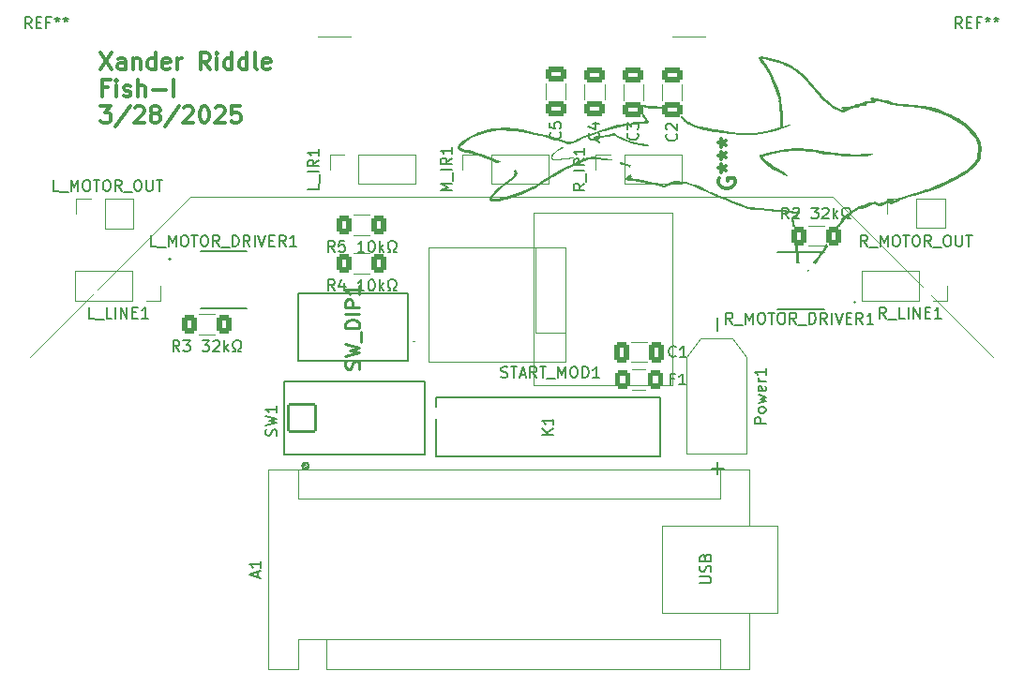
<source format=gto>
G04 #@! TF.GenerationSoftware,KiCad,Pcbnew,8.0.4*
G04 #@! TF.CreationDate,2025-03-28T18:04:35-04:00*
G04 #@! TF.ProjectId,ballsi,62616c6c-7369-42e6-9b69-6361645f7063,rev?*
G04 #@! TF.SameCoordinates,Original*
G04 #@! TF.FileFunction,Legend,Top*
G04 #@! TF.FilePolarity,Positive*
%FSLAX46Y46*%
G04 Gerber Fmt 4.6, Leading zero omitted, Abs format (unit mm)*
G04 Created by KiCad (PCBNEW 8.0.4) date 2025-03-28 18:04:35*
%MOMM*%
%LPD*%
G01*
G04 APERTURE LIST*
G04 Aperture macros list*
%AMRoundRect*
0 Rectangle with rounded corners*
0 $1 Rounding radius*
0 $2 $3 $4 $5 $6 $7 $8 $9 X,Y pos of 4 corners*
0 Add a 4 corners polygon primitive as box body*
4,1,4,$2,$3,$4,$5,$6,$7,$8,$9,$2,$3,0*
0 Add four circle primitives for the rounded corners*
1,1,$1+$1,$2,$3*
1,1,$1+$1,$4,$5*
1,1,$1+$1,$6,$7*
1,1,$1+$1,$8,$9*
0 Add four rect primitives between the rounded corners*
20,1,$1+$1,$2,$3,$4,$5,0*
20,1,$1+$1,$4,$5,$6,$7,0*
20,1,$1+$1,$6,$7,$8,$9,0*
20,1,$1+$1,$8,$9,$2,$3,0*%
G04 Aperture macros list end*
%ADD10C,0.300000*%
%ADD11C,0.100000*%
%ADD12C,0.150000*%
%ADD13C,0.254000*%
%ADD14C,0.000000*%
%ADD15C,0.120000*%
%ADD16C,0.200000*%
%ADD17C,0.050000*%
%ADD18C,0.152400*%
%ADD19C,3.200000*%
%ADD20R,1.700000X1.700000*%
%ADD21O,1.700000X1.700000*%
%ADD22RoundRect,0.102000X1.225000X-1.225000X1.225000X1.225000X-1.225000X1.225000X-1.225000X-1.225000X0*%
%ADD23C,2.654000*%
%ADD24R,2.209800X0.508000*%
%ADD25C,1.600200*%
%ADD26R,1.300000X1.300000*%
%ADD27C,1.300000*%
%ADD28RoundRect,0.250000X-0.400000X-0.625000X0.400000X-0.625000X0.400000X0.625000X-0.400000X0.625000X0*%
%ADD29RoundRect,0.250000X0.400000X0.625000X-0.400000X0.625000X-0.400000X-0.625000X0.400000X-0.625000X0*%
%ADD30R,3.800000X3.800000*%
%ADD31C,4.000000*%
%ADD32RoundRect,0.250001X-0.462499X-0.624999X0.462499X-0.624999X0.462499X0.624999X-0.462499X0.624999X0*%
%ADD33RoundRect,0.250000X0.650000X-0.412500X0.650000X0.412500X-0.650000X0.412500X-0.650000X-0.412500X0*%
%ADD34RoundRect,0.250000X-0.412500X-0.650000X0.412500X-0.650000X0.412500X0.650000X-0.412500X0.650000X0*%
%ADD35R,1.600000X1.600000*%
%ADD36O,1.600000X1.600000*%
G04 APERTURE END LIST*
D10*
X158411653Y-51470996D02*
X159411653Y-52970996D01*
X159411653Y-51470996D02*
X158411653Y-52970996D01*
X160625939Y-52970996D02*
X160625939Y-52185282D01*
X160625939Y-52185282D02*
X160554510Y-52042425D01*
X160554510Y-52042425D02*
X160411653Y-51970996D01*
X160411653Y-51970996D02*
X160125939Y-51970996D01*
X160125939Y-51970996D02*
X159983081Y-52042425D01*
X160625939Y-52899568D02*
X160483081Y-52970996D01*
X160483081Y-52970996D02*
X160125939Y-52970996D01*
X160125939Y-52970996D02*
X159983081Y-52899568D01*
X159983081Y-52899568D02*
X159911653Y-52756710D01*
X159911653Y-52756710D02*
X159911653Y-52613853D01*
X159911653Y-52613853D02*
X159983081Y-52470996D01*
X159983081Y-52470996D02*
X160125939Y-52399568D01*
X160125939Y-52399568D02*
X160483081Y-52399568D01*
X160483081Y-52399568D02*
X160625939Y-52328139D01*
X161340224Y-51970996D02*
X161340224Y-52970996D01*
X161340224Y-52113853D02*
X161411653Y-52042425D01*
X161411653Y-52042425D02*
X161554510Y-51970996D01*
X161554510Y-51970996D02*
X161768796Y-51970996D01*
X161768796Y-51970996D02*
X161911653Y-52042425D01*
X161911653Y-52042425D02*
X161983082Y-52185282D01*
X161983082Y-52185282D02*
X161983082Y-52970996D01*
X163340225Y-52970996D02*
X163340225Y-51470996D01*
X163340225Y-52899568D02*
X163197367Y-52970996D01*
X163197367Y-52970996D02*
X162911653Y-52970996D01*
X162911653Y-52970996D02*
X162768796Y-52899568D01*
X162768796Y-52899568D02*
X162697367Y-52828139D01*
X162697367Y-52828139D02*
X162625939Y-52685282D01*
X162625939Y-52685282D02*
X162625939Y-52256710D01*
X162625939Y-52256710D02*
X162697367Y-52113853D01*
X162697367Y-52113853D02*
X162768796Y-52042425D01*
X162768796Y-52042425D02*
X162911653Y-51970996D01*
X162911653Y-51970996D02*
X163197367Y-51970996D01*
X163197367Y-51970996D02*
X163340225Y-52042425D01*
X164625939Y-52899568D02*
X164483082Y-52970996D01*
X164483082Y-52970996D02*
X164197368Y-52970996D01*
X164197368Y-52970996D02*
X164054510Y-52899568D01*
X164054510Y-52899568D02*
X163983082Y-52756710D01*
X163983082Y-52756710D02*
X163983082Y-52185282D01*
X163983082Y-52185282D02*
X164054510Y-52042425D01*
X164054510Y-52042425D02*
X164197368Y-51970996D01*
X164197368Y-51970996D02*
X164483082Y-51970996D01*
X164483082Y-51970996D02*
X164625939Y-52042425D01*
X164625939Y-52042425D02*
X164697368Y-52185282D01*
X164697368Y-52185282D02*
X164697368Y-52328139D01*
X164697368Y-52328139D02*
X163983082Y-52470996D01*
X165340224Y-52970996D02*
X165340224Y-51970996D01*
X165340224Y-52256710D02*
X165411653Y-52113853D01*
X165411653Y-52113853D02*
X165483082Y-52042425D01*
X165483082Y-52042425D02*
X165625939Y-51970996D01*
X165625939Y-51970996D02*
X165768796Y-51970996D01*
X168268795Y-52970996D02*
X167768795Y-52256710D01*
X167411652Y-52970996D02*
X167411652Y-51470996D01*
X167411652Y-51470996D02*
X167983081Y-51470996D01*
X167983081Y-51470996D02*
X168125938Y-51542425D01*
X168125938Y-51542425D02*
X168197367Y-51613853D01*
X168197367Y-51613853D02*
X168268795Y-51756710D01*
X168268795Y-51756710D02*
X168268795Y-51970996D01*
X168268795Y-51970996D02*
X168197367Y-52113853D01*
X168197367Y-52113853D02*
X168125938Y-52185282D01*
X168125938Y-52185282D02*
X167983081Y-52256710D01*
X167983081Y-52256710D02*
X167411652Y-52256710D01*
X168911652Y-52970996D02*
X168911652Y-51970996D01*
X168911652Y-51470996D02*
X168840224Y-51542425D01*
X168840224Y-51542425D02*
X168911652Y-51613853D01*
X168911652Y-51613853D02*
X168983081Y-51542425D01*
X168983081Y-51542425D02*
X168911652Y-51470996D01*
X168911652Y-51470996D02*
X168911652Y-51613853D01*
X170268796Y-52970996D02*
X170268796Y-51470996D01*
X170268796Y-52899568D02*
X170125938Y-52970996D01*
X170125938Y-52970996D02*
X169840224Y-52970996D01*
X169840224Y-52970996D02*
X169697367Y-52899568D01*
X169697367Y-52899568D02*
X169625938Y-52828139D01*
X169625938Y-52828139D02*
X169554510Y-52685282D01*
X169554510Y-52685282D02*
X169554510Y-52256710D01*
X169554510Y-52256710D02*
X169625938Y-52113853D01*
X169625938Y-52113853D02*
X169697367Y-52042425D01*
X169697367Y-52042425D02*
X169840224Y-51970996D01*
X169840224Y-51970996D02*
X170125938Y-51970996D01*
X170125938Y-51970996D02*
X170268796Y-52042425D01*
X171625939Y-52970996D02*
X171625939Y-51470996D01*
X171625939Y-52899568D02*
X171483081Y-52970996D01*
X171483081Y-52970996D02*
X171197367Y-52970996D01*
X171197367Y-52970996D02*
X171054510Y-52899568D01*
X171054510Y-52899568D02*
X170983081Y-52828139D01*
X170983081Y-52828139D02*
X170911653Y-52685282D01*
X170911653Y-52685282D02*
X170911653Y-52256710D01*
X170911653Y-52256710D02*
X170983081Y-52113853D01*
X170983081Y-52113853D02*
X171054510Y-52042425D01*
X171054510Y-52042425D02*
X171197367Y-51970996D01*
X171197367Y-51970996D02*
X171483081Y-51970996D01*
X171483081Y-51970996D02*
X171625939Y-52042425D01*
X172554510Y-52970996D02*
X172411653Y-52899568D01*
X172411653Y-52899568D02*
X172340224Y-52756710D01*
X172340224Y-52756710D02*
X172340224Y-51470996D01*
X173697367Y-52899568D02*
X173554510Y-52970996D01*
X173554510Y-52970996D02*
X173268796Y-52970996D01*
X173268796Y-52970996D02*
X173125938Y-52899568D01*
X173125938Y-52899568D02*
X173054510Y-52756710D01*
X173054510Y-52756710D02*
X173054510Y-52185282D01*
X173054510Y-52185282D02*
X173125938Y-52042425D01*
X173125938Y-52042425D02*
X173268796Y-51970996D01*
X173268796Y-51970996D02*
X173554510Y-51970996D01*
X173554510Y-51970996D02*
X173697367Y-52042425D01*
X173697367Y-52042425D02*
X173768796Y-52185282D01*
X173768796Y-52185282D02*
X173768796Y-52328139D01*
X173768796Y-52328139D02*
X173054510Y-52470996D01*
X159054510Y-54600198D02*
X158554510Y-54600198D01*
X158554510Y-55385912D02*
X158554510Y-53885912D01*
X158554510Y-53885912D02*
X159268796Y-53885912D01*
X159840224Y-55385912D02*
X159840224Y-54385912D01*
X159840224Y-53885912D02*
X159768796Y-53957341D01*
X159768796Y-53957341D02*
X159840224Y-54028769D01*
X159840224Y-54028769D02*
X159911653Y-53957341D01*
X159911653Y-53957341D02*
X159840224Y-53885912D01*
X159840224Y-53885912D02*
X159840224Y-54028769D01*
X160483082Y-55314484D02*
X160625939Y-55385912D01*
X160625939Y-55385912D02*
X160911653Y-55385912D01*
X160911653Y-55385912D02*
X161054510Y-55314484D01*
X161054510Y-55314484D02*
X161125939Y-55171626D01*
X161125939Y-55171626D02*
X161125939Y-55100198D01*
X161125939Y-55100198D02*
X161054510Y-54957341D01*
X161054510Y-54957341D02*
X160911653Y-54885912D01*
X160911653Y-54885912D02*
X160697368Y-54885912D01*
X160697368Y-54885912D02*
X160554510Y-54814484D01*
X160554510Y-54814484D02*
X160483082Y-54671626D01*
X160483082Y-54671626D02*
X160483082Y-54600198D01*
X160483082Y-54600198D02*
X160554510Y-54457341D01*
X160554510Y-54457341D02*
X160697368Y-54385912D01*
X160697368Y-54385912D02*
X160911653Y-54385912D01*
X160911653Y-54385912D02*
X161054510Y-54457341D01*
X161768796Y-55385912D02*
X161768796Y-53885912D01*
X162411654Y-55385912D02*
X162411654Y-54600198D01*
X162411654Y-54600198D02*
X162340225Y-54457341D01*
X162340225Y-54457341D02*
X162197368Y-54385912D01*
X162197368Y-54385912D02*
X161983082Y-54385912D01*
X161983082Y-54385912D02*
X161840225Y-54457341D01*
X161840225Y-54457341D02*
X161768796Y-54528769D01*
X163125939Y-54814484D02*
X164268797Y-54814484D01*
X164983082Y-55385912D02*
X164983082Y-53885912D01*
X158411653Y-56300828D02*
X159340225Y-56300828D01*
X159340225Y-56300828D02*
X158840225Y-56872257D01*
X158840225Y-56872257D02*
X159054510Y-56872257D01*
X159054510Y-56872257D02*
X159197368Y-56943685D01*
X159197368Y-56943685D02*
X159268796Y-57015114D01*
X159268796Y-57015114D02*
X159340225Y-57157971D01*
X159340225Y-57157971D02*
X159340225Y-57515114D01*
X159340225Y-57515114D02*
X159268796Y-57657971D01*
X159268796Y-57657971D02*
X159197368Y-57729400D01*
X159197368Y-57729400D02*
X159054510Y-57800828D01*
X159054510Y-57800828D02*
X158625939Y-57800828D01*
X158625939Y-57800828D02*
X158483082Y-57729400D01*
X158483082Y-57729400D02*
X158411653Y-57657971D01*
X161054510Y-56229400D02*
X159768796Y-58157971D01*
X161483082Y-56443685D02*
X161554510Y-56372257D01*
X161554510Y-56372257D02*
X161697368Y-56300828D01*
X161697368Y-56300828D02*
X162054510Y-56300828D01*
X162054510Y-56300828D02*
X162197368Y-56372257D01*
X162197368Y-56372257D02*
X162268796Y-56443685D01*
X162268796Y-56443685D02*
X162340225Y-56586542D01*
X162340225Y-56586542D02*
X162340225Y-56729400D01*
X162340225Y-56729400D02*
X162268796Y-56943685D01*
X162268796Y-56943685D02*
X161411653Y-57800828D01*
X161411653Y-57800828D02*
X162340225Y-57800828D01*
X163197367Y-56943685D02*
X163054510Y-56872257D01*
X163054510Y-56872257D02*
X162983081Y-56800828D01*
X162983081Y-56800828D02*
X162911653Y-56657971D01*
X162911653Y-56657971D02*
X162911653Y-56586542D01*
X162911653Y-56586542D02*
X162983081Y-56443685D01*
X162983081Y-56443685D02*
X163054510Y-56372257D01*
X163054510Y-56372257D02*
X163197367Y-56300828D01*
X163197367Y-56300828D02*
X163483081Y-56300828D01*
X163483081Y-56300828D02*
X163625939Y-56372257D01*
X163625939Y-56372257D02*
X163697367Y-56443685D01*
X163697367Y-56443685D02*
X163768796Y-56586542D01*
X163768796Y-56586542D02*
X163768796Y-56657971D01*
X163768796Y-56657971D02*
X163697367Y-56800828D01*
X163697367Y-56800828D02*
X163625939Y-56872257D01*
X163625939Y-56872257D02*
X163483081Y-56943685D01*
X163483081Y-56943685D02*
X163197367Y-56943685D01*
X163197367Y-56943685D02*
X163054510Y-57015114D01*
X163054510Y-57015114D02*
X162983081Y-57086542D01*
X162983081Y-57086542D02*
X162911653Y-57229400D01*
X162911653Y-57229400D02*
X162911653Y-57515114D01*
X162911653Y-57515114D02*
X162983081Y-57657971D01*
X162983081Y-57657971D02*
X163054510Y-57729400D01*
X163054510Y-57729400D02*
X163197367Y-57800828D01*
X163197367Y-57800828D02*
X163483081Y-57800828D01*
X163483081Y-57800828D02*
X163625939Y-57729400D01*
X163625939Y-57729400D02*
X163697367Y-57657971D01*
X163697367Y-57657971D02*
X163768796Y-57515114D01*
X163768796Y-57515114D02*
X163768796Y-57229400D01*
X163768796Y-57229400D02*
X163697367Y-57086542D01*
X163697367Y-57086542D02*
X163625939Y-57015114D01*
X163625939Y-57015114D02*
X163483081Y-56943685D01*
X165483081Y-56229400D02*
X164197367Y-58157971D01*
X165911653Y-56443685D02*
X165983081Y-56372257D01*
X165983081Y-56372257D02*
X166125939Y-56300828D01*
X166125939Y-56300828D02*
X166483081Y-56300828D01*
X166483081Y-56300828D02*
X166625939Y-56372257D01*
X166625939Y-56372257D02*
X166697367Y-56443685D01*
X166697367Y-56443685D02*
X166768796Y-56586542D01*
X166768796Y-56586542D02*
X166768796Y-56729400D01*
X166768796Y-56729400D02*
X166697367Y-56943685D01*
X166697367Y-56943685D02*
X165840224Y-57800828D01*
X165840224Y-57800828D02*
X166768796Y-57800828D01*
X167697367Y-56300828D02*
X167840224Y-56300828D01*
X167840224Y-56300828D02*
X167983081Y-56372257D01*
X167983081Y-56372257D02*
X168054510Y-56443685D01*
X168054510Y-56443685D02*
X168125938Y-56586542D01*
X168125938Y-56586542D02*
X168197367Y-56872257D01*
X168197367Y-56872257D02*
X168197367Y-57229400D01*
X168197367Y-57229400D02*
X168125938Y-57515114D01*
X168125938Y-57515114D02*
X168054510Y-57657971D01*
X168054510Y-57657971D02*
X167983081Y-57729400D01*
X167983081Y-57729400D02*
X167840224Y-57800828D01*
X167840224Y-57800828D02*
X167697367Y-57800828D01*
X167697367Y-57800828D02*
X167554510Y-57729400D01*
X167554510Y-57729400D02*
X167483081Y-57657971D01*
X167483081Y-57657971D02*
X167411652Y-57515114D01*
X167411652Y-57515114D02*
X167340224Y-57229400D01*
X167340224Y-57229400D02*
X167340224Y-56872257D01*
X167340224Y-56872257D02*
X167411652Y-56586542D01*
X167411652Y-56586542D02*
X167483081Y-56443685D01*
X167483081Y-56443685D02*
X167554510Y-56372257D01*
X167554510Y-56372257D02*
X167697367Y-56300828D01*
X168768795Y-56443685D02*
X168840223Y-56372257D01*
X168840223Y-56372257D02*
X168983081Y-56300828D01*
X168983081Y-56300828D02*
X169340223Y-56300828D01*
X169340223Y-56300828D02*
X169483081Y-56372257D01*
X169483081Y-56372257D02*
X169554509Y-56443685D01*
X169554509Y-56443685D02*
X169625938Y-56586542D01*
X169625938Y-56586542D02*
X169625938Y-56729400D01*
X169625938Y-56729400D02*
X169554509Y-56943685D01*
X169554509Y-56943685D02*
X168697366Y-57800828D01*
X168697366Y-57800828D02*
X169625938Y-57800828D01*
X170983080Y-56300828D02*
X170268794Y-56300828D01*
X170268794Y-56300828D02*
X170197366Y-57015114D01*
X170197366Y-57015114D02*
X170268794Y-56943685D01*
X170268794Y-56943685D02*
X170411652Y-56872257D01*
X170411652Y-56872257D02*
X170768794Y-56872257D01*
X170768794Y-56872257D02*
X170911652Y-56943685D01*
X170911652Y-56943685D02*
X170983080Y-57015114D01*
X170983080Y-57015114D02*
X171054509Y-57157971D01*
X171054509Y-57157971D02*
X171054509Y-57515114D01*
X171054509Y-57515114D02*
X170983080Y-57657971D01*
X170983080Y-57657971D02*
X170911652Y-57729400D01*
X170911652Y-57729400D02*
X170768794Y-57800828D01*
X170768794Y-57800828D02*
X170411652Y-57800828D01*
X170411652Y-57800828D02*
X170268794Y-57729400D01*
X170268794Y-57729400D02*
X170197366Y-57657971D01*
D11*
X166500000Y-64500000D02*
X224500000Y-64500000D01*
X181000000Y-50000000D02*
X178000000Y-50000000D01*
X152000000Y-79000000D02*
X166500000Y-64500000D01*
X210000000Y-50000000D02*
X213000000Y-50000000D01*
X239000000Y-79000000D02*
X224500000Y-64500000D01*
X197500000Y-65960000D02*
X210000000Y-65960000D01*
X210000000Y-81460000D01*
X197500000Y-81460000D01*
X197500000Y-65960000D01*
X188000000Y-69040000D02*
X200330000Y-69040000D01*
X200330000Y-79370000D01*
X188000000Y-79370000D01*
X188000000Y-69040000D01*
D12*
X236166666Y-49254819D02*
X235833333Y-48778628D01*
X235595238Y-49254819D02*
X235595238Y-48254819D01*
X235595238Y-48254819D02*
X235976190Y-48254819D01*
X235976190Y-48254819D02*
X236071428Y-48302438D01*
X236071428Y-48302438D02*
X236119047Y-48350057D01*
X236119047Y-48350057D02*
X236166666Y-48445295D01*
X236166666Y-48445295D02*
X236166666Y-48588152D01*
X236166666Y-48588152D02*
X236119047Y-48683390D01*
X236119047Y-48683390D02*
X236071428Y-48731009D01*
X236071428Y-48731009D02*
X235976190Y-48778628D01*
X235976190Y-48778628D02*
X235595238Y-48778628D01*
X236595238Y-48731009D02*
X236928571Y-48731009D01*
X237071428Y-49254819D02*
X236595238Y-49254819D01*
X236595238Y-49254819D02*
X236595238Y-48254819D01*
X236595238Y-48254819D02*
X237071428Y-48254819D01*
X237833333Y-48731009D02*
X237500000Y-48731009D01*
X237500000Y-49254819D02*
X237500000Y-48254819D01*
X237500000Y-48254819D02*
X237976190Y-48254819D01*
X238500000Y-48254819D02*
X238500000Y-48492914D01*
X238261905Y-48397676D02*
X238500000Y-48492914D01*
X238500000Y-48492914D02*
X238738095Y-48397676D01*
X238357143Y-48683390D02*
X238500000Y-48492914D01*
X238500000Y-48492914D02*
X238642857Y-48683390D01*
X239261905Y-48254819D02*
X239261905Y-48492914D01*
X239023810Y-48397676D02*
X239261905Y-48492914D01*
X239261905Y-48492914D02*
X239500000Y-48397676D01*
X239119048Y-48683390D02*
X239261905Y-48492914D01*
X239261905Y-48492914D02*
X239404762Y-48683390D01*
X152166666Y-49254819D02*
X151833333Y-48778628D01*
X151595238Y-49254819D02*
X151595238Y-48254819D01*
X151595238Y-48254819D02*
X151976190Y-48254819D01*
X151976190Y-48254819D02*
X152071428Y-48302438D01*
X152071428Y-48302438D02*
X152119047Y-48350057D01*
X152119047Y-48350057D02*
X152166666Y-48445295D01*
X152166666Y-48445295D02*
X152166666Y-48588152D01*
X152166666Y-48588152D02*
X152119047Y-48683390D01*
X152119047Y-48683390D02*
X152071428Y-48731009D01*
X152071428Y-48731009D02*
X151976190Y-48778628D01*
X151976190Y-48778628D02*
X151595238Y-48778628D01*
X152595238Y-48731009D02*
X152928571Y-48731009D01*
X153071428Y-49254819D02*
X152595238Y-49254819D01*
X152595238Y-49254819D02*
X152595238Y-48254819D01*
X152595238Y-48254819D02*
X153071428Y-48254819D01*
X153833333Y-48731009D02*
X153500000Y-48731009D01*
X153500000Y-49254819D02*
X153500000Y-48254819D01*
X153500000Y-48254819D02*
X153976190Y-48254819D01*
X154500000Y-48254819D02*
X154500000Y-48492914D01*
X154261905Y-48397676D02*
X154500000Y-48492914D01*
X154500000Y-48492914D02*
X154738095Y-48397676D01*
X154357143Y-48683390D02*
X154500000Y-48492914D01*
X154500000Y-48492914D02*
X154642857Y-48683390D01*
X155261905Y-48254819D02*
X155261905Y-48492914D01*
X155023810Y-48397676D02*
X155261905Y-48492914D01*
X155261905Y-48492914D02*
X155500000Y-48397676D01*
X155119048Y-48683390D02*
X155261905Y-48492914D01*
X155261905Y-48492914D02*
X155404762Y-48683390D01*
D10*
X214249757Y-62821427D02*
X214178328Y-62964285D01*
X214178328Y-62964285D02*
X214178328Y-63178570D01*
X214178328Y-63178570D02*
X214249757Y-63392856D01*
X214249757Y-63392856D02*
X214392614Y-63535713D01*
X214392614Y-63535713D02*
X214535471Y-63607142D01*
X214535471Y-63607142D02*
X214821185Y-63678570D01*
X214821185Y-63678570D02*
X215035471Y-63678570D01*
X215035471Y-63678570D02*
X215321185Y-63607142D01*
X215321185Y-63607142D02*
X215464042Y-63535713D01*
X215464042Y-63535713D02*
X215606900Y-63392856D01*
X215606900Y-63392856D02*
X215678328Y-63178570D01*
X215678328Y-63178570D02*
X215678328Y-63035713D01*
X215678328Y-63035713D02*
X215606900Y-62821427D01*
X215606900Y-62821427D02*
X215535471Y-62749999D01*
X215535471Y-62749999D02*
X215035471Y-62749999D01*
X215035471Y-62749999D02*
X215035471Y-63035713D01*
X214178328Y-61892856D02*
X214535471Y-61892856D01*
X214392614Y-62249999D02*
X214535471Y-61892856D01*
X214535471Y-61892856D02*
X214392614Y-61535713D01*
X214821185Y-62107142D02*
X214535471Y-61892856D01*
X214535471Y-61892856D02*
X214821185Y-61678570D01*
X214178328Y-60749999D02*
X214535471Y-60749999D01*
X214392614Y-61107142D02*
X214535471Y-60749999D01*
X214535471Y-60749999D02*
X214392614Y-60392856D01*
X214821185Y-60964285D02*
X214535471Y-60749999D01*
X214535471Y-60749999D02*
X214821185Y-60535713D01*
X214178328Y-59607142D02*
X214535471Y-59607142D01*
X214392614Y-59964285D02*
X214535471Y-59607142D01*
X214535471Y-59607142D02*
X214392614Y-59249999D01*
X214821185Y-59821428D02*
X214535471Y-59607142D01*
X214535471Y-59607142D02*
X214821185Y-59392856D01*
D12*
X229333333Y-75454819D02*
X229000000Y-74978628D01*
X228761905Y-75454819D02*
X228761905Y-74454819D01*
X228761905Y-74454819D02*
X229142857Y-74454819D01*
X229142857Y-74454819D02*
X229238095Y-74502438D01*
X229238095Y-74502438D02*
X229285714Y-74550057D01*
X229285714Y-74550057D02*
X229333333Y-74645295D01*
X229333333Y-74645295D02*
X229333333Y-74788152D01*
X229333333Y-74788152D02*
X229285714Y-74883390D01*
X229285714Y-74883390D02*
X229238095Y-74931009D01*
X229238095Y-74931009D02*
X229142857Y-74978628D01*
X229142857Y-74978628D02*
X228761905Y-74978628D01*
X229523810Y-75550057D02*
X230285714Y-75550057D01*
X231000000Y-75454819D02*
X230523810Y-75454819D01*
X230523810Y-75454819D02*
X230523810Y-74454819D01*
X231333334Y-75454819D02*
X231333334Y-74454819D01*
X231809524Y-75454819D02*
X231809524Y-74454819D01*
X231809524Y-74454819D02*
X232380952Y-75454819D01*
X232380952Y-75454819D02*
X232380952Y-74454819D01*
X232857143Y-74931009D02*
X233190476Y-74931009D01*
X233333333Y-75454819D02*
X232857143Y-75454819D01*
X232857143Y-75454819D02*
X232857143Y-74454819D01*
X232857143Y-74454819D02*
X233333333Y-74454819D01*
X234285714Y-75454819D02*
X233714286Y-75454819D01*
X234000000Y-75454819D02*
X234000000Y-74454819D01*
X234000000Y-74454819D02*
X233904762Y-74597676D01*
X233904762Y-74597676D02*
X233809524Y-74692914D01*
X233809524Y-74692914D02*
X233714286Y-74740533D01*
X202104819Y-63285714D02*
X201628628Y-63619047D01*
X202104819Y-63857142D02*
X201104819Y-63857142D01*
X201104819Y-63857142D02*
X201104819Y-63476190D01*
X201104819Y-63476190D02*
X201152438Y-63380952D01*
X201152438Y-63380952D02*
X201200057Y-63333333D01*
X201200057Y-63333333D02*
X201295295Y-63285714D01*
X201295295Y-63285714D02*
X201438152Y-63285714D01*
X201438152Y-63285714D02*
X201533390Y-63333333D01*
X201533390Y-63333333D02*
X201581009Y-63380952D01*
X201581009Y-63380952D02*
X201628628Y-63476190D01*
X201628628Y-63476190D02*
X201628628Y-63857142D01*
X202200057Y-63095238D02*
X202200057Y-62333333D01*
X202104819Y-62095237D02*
X201104819Y-62095237D01*
X202104819Y-61047619D02*
X201628628Y-61380952D01*
X202104819Y-61619047D02*
X201104819Y-61619047D01*
X201104819Y-61619047D02*
X201104819Y-61238095D01*
X201104819Y-61238095D02*
X201152438Y-61142857D01*
X201152438Y-61142857D02*
X201200057Y-61095238D01*
X201200057Y-61095238D02*
X201295295Y-61047619D01*
X201295295Y-61047619D02*
X201438152Y-61047619D01*
X201438152Y-61047619D02*
X201533390Y-61095238D01*
X201533390Y-61095238D02*
X201581009Y-61142857D01*
X201581009Y-61142857D02*
X201628628Y-61238095D01*
X201628628Y-61238095D02*
X201628628Y-61619047D01*
X202104819Y-60095238D02*
X202104819Y-60666666D01*
X202104819Y-60380952D02*
X201104819Y-60380952D01*
X201104819Y-60380952D02*
X201247676Y-60476190D01*
X201247676Y-60476190D02*
X201342914Y-60571428D01*
X201342914Y-60571428D02*
X201390533Y-60666666D01*
X174258718Y-86061323D02*
X174306428Y-85918192D01*
X174306428Y-85918192D02*
X174306428Y-85679639D01*
X174306428Y-85679639D02*
X174258718Y-85584218D01*
X174258718Y-85584218D02*
X174211007Y-85536508D01*
X174211007Y-85536508D02*
X174115586Y-85488797D01*
X174115586Y-85488797D02*
X174020165Y-85488797D01*
X174020165Y-85488797D02*
X173924744Y-85536508D01*
X173924744Y-85536508D02*
X173877033Y-85584218D01*
X173877033Y-85584218D02*
X173829323Y-85679639D01*
X173829323Y-85679639D02*
X173781612Y-85870481D01*
X173781612Y-85870481D02*
X173733902Y-85965902D01*
X173733902Y-85965902D02*
X173686191Y-86013613D01*
X173686191Y-86013613D02*
X173590770Y-86061323D01*
X173590770Y-86061323D02*
X173495349Y-86061323D01*
X173495349Y-86061323D02*
X173399928Y-86013613D01*
X173399928Y-86013613D02*
X173352218Y-85965902D01*
X173352218Y-85965902D02*
X173304507Y-85870481D01*
X173304507Y-85870481D02*
X173304507Y-85631929D01*
X173304507Y-85631929D02*
X173352218Y-85488797D01*
X173304507Y-85154824D02*
X174306428Y-84916271D01*
X174306428Y-84916271D02*
X173590770Y-84725429D01*
X173590770Y-84725429D02*
X174306428Y-84534587D01*
X174306428Y-84534587D02*
X173304507Y-84296035D01*
X174306428Y-83389534D02*
X174306428Y-83962060D01*
X174306428Y-83675797D02*
X173304507Y-83675797D01*
X173304507Y-83675797D02*
X173447639Y-83771218D01*
X173447639Y-83771218D02*
X173543060Y-83866639D01*
X173543060Y-83866639D02*
X173590770Y-83962060D01*
X163452380Y-68954819D02*
X162976190Y-68954819D01*
X162976190Y-68954819D02*
X162976190Y-67954819D01*
X163547619Y-69050057D02*
X164309523Y-69050057D01*
X164547619Y-68954819D02*
X164547619Y-67954819D01*
X164547619Y-67954819D02*
X164880952Y-68669104D01*
X164880952Y-68669104D02*
X165214285Y-67954819D01*
X165214285Y-67954819D02*
X165214285Y-68954819D01*
X165880952Y-67954819D02*
X166071428Y-67954819D01*
X166071428Y-67954819D02*
X166166666Y-68002438D01*
X166166666Y-68002438D02*
X166261904Y-68097676D01*
X166261904Y-68097676D02*
X166309523Y-68288152D01*
X166309523Y-68288152D02*
X166309523Y-68621485D01*
X166309523Y-68621485D02*
X166261904Y-68811961D01*
X166261904Y-68811961D02*
X166166666Y-68907200D01*
X166166666Y-68907200D02*
X166071428Y-68954819D01*
X166071428Y-68954819D02*
X165880952Y-68954819D01*
X165880952Y-68954819D02*
X165785714Y-68907200D01*
X165785714Y-68907200D02*
X165690476Y-68811961D01*
X165690476Y-68811961D02*
X165642857Y-68621485D01*
X165642857Y-68621485D02*
X165642857Y-68288152D01*
X165642857Y-68288152D02*
X165690476Y-68097676D01*
X165690476Y-68097676D02*
X165785714Y-68002438D01*
X165785714Y-68002438D02*
X165880952Y-67954819D01*
X166595238Y-67954819D02*
X167166666Y-67954819D01*
X166880952Y-68954819D02*
X166880952Y-67954819D01*
X167690476Y-67954819D02*
X167880952Y-67954819D01*
X167880952Y-67954819D02*
X167976190Y-68002438D01*
X167976190Y-68002438D02*
X168071428Y-68097676D01*
X168071428Y-68097676D02*
X168119047Y-68288152D01*
X168119047Y-68288152D02*
X168119047Y-68621485D01*
X168119047Y-68621485D02*
X168071428Y-68811961D01*
X168071428Y-68811961D02*
X167976190Y-68907200D01*
X167976190Y-68907200D02*
X167880952Y-68954819D01*
X167880952Y-68954819D02*
X167690476Y-68954819D01*
X167690476Y-68954819D02*
X167595238Y-68907200D01*
X167595238Y-68907200D02*
X167500000Y-68811961D01*
X167500000Y-68811961D02*
X167452381Y-68621485D01*
X167452381Y-68621485D02*
X167452381Y-68288152D01*
X167452381Y-68288152D02*
X167500000Y-68097676D01*
X167500000Y-68097676D02*
X167595238Y-68002438D01*
X167595238Y-68002438D02*
X167690476Y-67954819D01*
X169119047Y-68954819D02*
X168785714Y-68478628D01*
X168547619Y-68954819D02*
X168547619Y-67954819D01*
X168547619Y-67954819D02*
X168928571Y-67954819D01*
X168928571Y-67954819D02*
X169023809Y-68002438D01*
X169023809Y-68002438D02*
X169071428Y-68050057D01*
X169071428Y-68050057D02*
X169119047Y-68145295D01*
X169119047Y-68145295D02*
X169119047Y-68288152D01*
X169119047Y-68288152D02*
X169071428Y-68383390D01*
X169071428Y-68383390D02*
X169023809Y-68431009D01*
X169023809Y-68431009D02*
X168928571Y-68478628D01*
X168928571Y-68478628D02*
X168547619Y-68478628D01*
X169309524Y-69050057D02*
X170071428Y-69050057D01*
X170309524Y-68954819D02*
X170309524Y-67954819D01*
X170309524Y-67954819D02*
X170547619Y-67954819D01*
X170547619Y-67954819D02*
X170690476Y-68002438D01*
X170690476Y-68002438D02*
X170785714Y-68097676D01*
X170785714Y-68097676D02*
X170833333Y-68192914D01*
X170833333Y-68192914D02*
X170880952Y-68383390D01*
X170880952Y-68383390D02*
X170880952Y-68526247D01*
X170880952Y-68526247D02*
X170833333Y-68716723D01*
X170833333Y-68716723D02*
X170785714Y-68811961D01*
X170785714Y-68811961D02*
X170690476Y-68907200D01*
X170690476Y-68907200D02*
X170547619Y-68954819D01*
X170547619Y-68954819D02*
X170309524Y-68954819D01*
X171880952Y-68954819D02*
X171547619Y-68478628D01*
X171309524Y-68954819D02*
X171309524Y-67954819D01*
X171309524Y-67954819D02*
X171690476Y-67954819D01*
X171690476Y-67954819D02*
X171785714Y-68002438D01*
X171785714Y-68002438D02*
X171833333Y-68050057D01*
X171833333Y-68050057D02*
X171880952Y-68145295D01*
X171880952Y-68145295D02*
X171880952Y-68288152D01*
X171880952Y-68288152D02*
X171833333Y-68383390D01*
X171833333Y-68383390D02*
X171785714Y-68431009D01*
X171785714Y-68431009D02*
X171690476Y-68478628D01*
X171690476Y-68478628D02*
X171309524Y-68478628D01*
X172309524Y-68954819D02*
X172309524Y-67954819D01*
X172642857Y-67954819D02*
X172976190Y-68954819D01*
X172976190Y-68954819D02*
X173309523Y-67954819D01*
X173642857Y-68431009D02*
X173976190Y-68431009D01*
X174119047Y-68954819D02*
X173642857Y-68954819D01*
X173642857Y-68954819D02*
X173642857Y-67954819D01*
X173642857Y-67954819D02*
X174119047Y-67954819D01*
X175119047Y-68954819D02*
X174785714Y-68478628D01*
X174547619Y-68954819D02*
X174547619Y-67954819D01*
X174547619Y-67954819D02*
X174928571Y-67954819D01*
X174928571Y-67954819D02*
X175023809Y-68002438D01*
X175023809Y-68002438D02*
X175071428Y-68050057D01*
X175071428Y-68050057D02*
X175119047Y-68145295D01*
X175119047Y-68145295D02*
X175119047Y-68288152D01*
X175119047Y-68288152D02*
X175071428Y-68383390D01*
X175071428Y-68383390D02*
X175023809Y-68431009D01*
X175023809Y-68431009D02*
X174928571Y-68478628D01*
X174928571Y-68478628D02*
X174547619Y-68478628D01*
X176071428Y-68954819D02*
X175500000Y-68954819D01*
X175785714Y-68954819D02*
X175785714Y-67954819D01*
X175785714Y-67954819D02*
X175690476Y-68097676D01*
X175690476Y-68097676D02*
X175595238Y-68192914D01*
X175595238Y-68192914D02*
X175500000Y-68240533D01*
X215452380Y-75954819D02*
X215119047Y-75478628D01*
X214880952Y-75954819D02*
X214880952Y-74954819D01*
X214880952Y-74954819D02*
X215261904Y-74954819D01*
X215261904Y-74954819D02*
X215357142Y-75002438D01*
X215357142Y-75002438D02*
X215404761Y-75050057D01*
X215404761Y-75050057D02*
X215452380Y-75145295D01*
X215452380Y-75145295D02*
X215452380Y-75288152D01*
X215452380Y-75288152D02*
X215404761Y-75383390D01*
X215404761Y-75383390D02*
X215357142Y-75431009D01*
X215357142Y-75431009D02*
X215261904Y-75478628D01*
X215261904Y-75478628D02*
X214880952Y-75478628D01*
X215642857Y-76050057D02*
X216404761Y-76050057D01*
X216642857Y-75954819D02*
X216642857Y-74954819D01*
X216642857Y-74954819D02*
X216976190Y-75669104D01*
X216976190Y-75669104D02*
X217309523Y-74954819D01*
X217309523Y-74954819D02*
X217309523Y-75954819D01*
X217976190Y-74954819D02*
X218166666Y-74954819D01*
X218166666Y-74954819D02*
X218261904Y-75002438D01*
X218261904Y-75002438D02*
X218357142Y-75097676D01*
X218357142Y-75097676D02*
X218404761Y-75288152D01*
X218404761Y-75288152D02*
X218404761Y-75621485D01*
X218404761Y-75621485D02*
X218357142Y-75811961D01*
X218357142Y-75811961D02*
X218261904Y-75907200D01*
X218261904Y-75907200D02*
X218166666Y-75954819D01*
X218166666Y-75954819D02*
X217976190Y-75954819D01*
X217976190Y-75954819D02*
X217880952Y-75907200D01*
X217880952Y-75907200D02*
X217785714Y-75811961D01*
X217785714Y-75811961D02*
X217738095Y-75621485D01*
X217738095Y-75621485D02*
X217738095Y-75288152D01*
X217738095Y-75288152D02*
X217785714Y-75097676D01*
X217785714Y-75097676D02*
X217880952Y-75002438D01*
X217880952Y-75002438D02*
X217976190Y-74954819D01*
X218690476Y-74954819D02*
X219261904Y-74954819D01*
X218976190Y-75954819D02*
X218976190Y-74954819D01*
X219785714Y-74954819D02*
X219976190Y-74954819D01*
X219976190Y-74954819D02*
X220071428Y-75002438D01*
X220071428Y-75002438D02*
X220166666Y-75097676D01*
X220166666Y-75097676D02*
X220214285Y-75288152D01*
X220214285Y-75288152D02*
X220214285Y-75621485D01*
X220214285Y-75621485D02*
X220166666Y-75811961D01*
X220166666Y-75811961D02*
X220071428Y-75907200D01*
X220071428Y-75907200D02*
X219976190Y-75954819D01*
X219976190Y-75954819D02*
X219785714Y-75954819D01*
X219785714Y-75954819D02*
X219690476Y-75907200D01*
X219690476Y-75907200D02*
X219595238Y-75811961D01*
X219595238Y-75811961D02*
X219547619Y-75621485D01*
X219547619Y-75621485D02*
X219547619Y-75288152D01*
X219547619Y-75288152D02*
X219595238Y-75097676D01*
X219595238Y-75097676D02*
X219690476Y-75002438D01*
X219690476Y-75002438D02*
X219785714Y-74954819D01*
X221214285Y-75954819D02*
X220880952Y-75478628D01*
X220642857Y-75954819D02*
X220642857Y-74954819D01*
X220642857Y-74954819D02*
X221023809Y-74954819D01*
X221023809Y-74954819D02*
X221119047Y-75002438D01*
X221119047Y-75002438D02*
X221166666Y-75050057D01*
X221166666Y-75050057D02*
X221214285Y-75145295D01*
X221214285Y-75145295D02*
X221214285Y-75288152D01*
X221214285Y-75288152D02*
X221166666Y-75383390D01*
X221166666Y-75383390D02*
X221119047Y-75431009D01*
X221119047Y-75431009D02*
X221023809Y-75478628D01*
X221023809Y-75478628D02*
X220642857Y-75478628D01*
X221404762Y-76050057D02*
X222166666Y-76050057D01*
X222404762Y-75954819D02*
X222404762Y-74954819D01*
X222404762Y-74954819D02*
X222642857Y-74954819D01*
X222642857Y-74954819D02*
X222785714Y-75002438D01*
X222785714Y-75002438D02*
X222880952Y-75097676D01*
X222880952Y-75097676D02*
X222928571Y-75192914D01*
X222928571Y-75192914D02*
X222976190Y-75383390D01*
X222976190Y-75383390D02*
X222976190Y-75526247D01*
X222976190Y-75526247D02*
X222928571Y-75716723D01*
X222928571Y-75716723D02*
X222880952Y-75811961D01*
X222880952Y-75811961D02*
X222785714Y-75907200D01*
X222785714Y-75907200D02*
X222642857Y-75954819D01*
X222642857Y-75954819D02*
X222404762Y-75954819D01*
X223976190Y-75954819D02*
X223642857Y-75478628D01*
X223404762Y-75954819D02*
X223404762Y-74954819D01*
X223404762Y-74954819D02*
X223785714Y-74954819D01*
X223785714Y-74954819D02*
X223880952Y-75002438D01*
X223880952Y-75002438D02*
X223928571Y-75050057D01*
X223928571Y-75050057D02*
X223976190Y-75145295D01*
X223976190Y-75145295D02*
X223976190Y-75288152D01*
X223976190Y-75288152D02*
X223928571Y-75383390D01*
X223928571Y-75383390D02*
X223880952Y-75431009D01*
X223880952Y-75431009D02*
X223785714Y-75478628D01*
X223785714Y-75478628D02*
X223404762Y-75478628D01*
X224404762Y-75954819D02*
X224404762Y-74954819D01*
X224738095Y-74954819D02*
X225071428Y-75954819D01*
X225071428Y-75954819D02*
X225404761Y-74954819D01*
X225738095Y-75431009D02*
X226071428Y-75431009D01*
X226214285Y-75954819D02*
X225738095Y-75954819D01*
X225738095Y-75954819D02*
X225738095Y-74954819D01*
X225738095Y-74954819D02*
X226214285Y-74954819D01*
X227214285Y-75954819D02*
X226880952Y-75478628D01*
X226642857Y-75954819D02*
X226642857Y-74954819D01*
X226642857Y-74954819D02*
X227023809Y-74954819D01*
X227023809Y-74954819D02*
X227119047Y-75002438D01*
X227119047Y-75002438D02*
X227166666Y-75050057D01*
X227166666Y-75050057D02*
X227214285Y-75145295D01*
X227214285Y-75145295D02*
X227214285Y-75288152D01*
X227214285Y-75288152D02*
X227166666Y-75383390D01*
X227166666Y-75383390D02*
X227119047Y-75431009D01*
X227119047Y-75431009D02*
X227023809Y-75478628D01*
X227023809Y-75478628D02*
X226642857Y-75478628D01*
X228166666Y-75954819D02*
X227595238Y-75954819D01*
X227880952Y-75954819D02*
X227880952Y-74954819D01*
X227880952Y-74954819D02*
X227785714Y-75097676D01*
X227785714Y-75097676D02*
X227690476Y-75192914D01*
X227690476Y-75192914D02*
X227595238Y-75240533D01*
X199289820Y-85983093D02*
X198289820Y-85983093D01*
X199289820Y-85411665D02*
X198718391Y-85840236D01*
X198289820Y-85411665D02*
X198861248Y-85983093D01*
X199289820Y-84459284D02*
X199289820Y-85030712D01*
X199289820Y-84744998D02*
X198289820Y-84744998D01*
X198289820Y-84744998D02*
X198432677Y-84840236D01*
X198432677Y-84840236D02*
X198527915Y-84935474D01*
X198527915Y-84935474D02*
X198575534Y-85030712D01*
X184856819Y-83999999D02*
X185094914Y-83999999D01*
X184999676Y-84238094D02*
X185094914Y-83999999D01*
X185094914Y-83999999D02*
X184999676Y-83761904D01*
X185285390Y-84142856D02*
X185094914Y-83999999D01*
X185094914Y-83999999D02*
X185285390Y-83857142D01*
X184856819Y-83999999D02*
X185094914Y-83999999D01*
X184999676Y-84238094D02*
X185094914Y-83999999D01*
X185094914Y-83999999D02*
X184999676Y-83761904D01*
X185285390Y-84142856D02*
X185094914Y-83999999D01*
X185094914Y-83999999D02*
X185285390Y-83857142D01*
D13*
X181703842Y-80019524D02*
X181764318Y-79838095D01*
X181764318Y-79838095D02*
X181764318Y-79535714D01*
X181764318Y-79535714D02*
X181703842Y-79414762D01*
X181703842Y-79414762D02*
X181643365Y-79354286D01*
X181643365Y-79354286D02*
X181522413Y-79293809D01*
X181522413Y-79293809D02*
X181401461Y-79293809D01*
X181401461Y-79293809D02*
X181280508Y-79354286D01*
X181280508Y-79354286D02*
X181220032Y-79414762D01*
X181220032Y-79414762D02*
X181159556Y-79535714D01*
X181159556Y-79535714D02*
X181099080Y-79777619D01*
X181099080Y-79777619D02*
X181038603Y-79898571D01*
X181038603Y-79898571D02*
X180978127Y-79959048D01*
X180978127Y-79959048D02*
X180857175Y-80019524D01*
X180857175Y-80019524D02*
X180736222Y-80019524D01*
X180736222Y-80019524D02*
X180615270Y-79959048D01*
X180615270Y-79959048D02*
X180554794Y-79898571D01*
X180554794Y-79898571D02*
X180494318Y-79777619D01*
X180494318Y-79777619D02*
X180494318Y-79475238D01*
X180494318Y-79475238D02*
X180554794Y-79293809D01*
X180494318Y-78870476D02*
X181764318Y-78568095D01*
X181764318Y-78568095D02*
X180857175Y-78326190D01*
X180857175Y-78326190D02*
X181764318Y-78084285D01*
X181764318Y-78084285D02*
X180494318Y-77781905D01*
X181885270Y-77600476D02*
X181885270Y-76632856D01*
X181764318Y-76330476D02*
X180494318Y-76330476D01*
X180494318Y-76330476D02*
X180494318Y-76028095D01*
X180494318Y-76028095D02*
X180554794Y-75846666D01*
X180554794Y-75846666D02*
X180675746Y-75725714D01*
X180675746Y-75725714D02*
X180796699Y-75665237D01*
X180796699Y-75665237D02*
X181038603Y-75604761D01*
X181038603Y-75604761D02*
X181220032Y-75604761D01*
X181220032Y-75604761D02*
X181461937Y-75665237D01*
X181461937Y-75665237D02*
X181582889Y-75725714D01*
X181582889Y-75725714D02*
X181703842Y-75846666D01*
X181703842Y-75846666D02*
X181764318Y-76028095D01*
X181764318Y-76028095D02*
X181764318Y-76330476D01*
X181764318Y-75060476D02*
X180494318Y-75060476D01*
X181764318Y-74455714D02*
X180494318Y-74455714D01*
X180494318Y-74455714D02*
X180494318Y-73971904D01*
X180494318Y-73971904D02*
X180554794Y-73850952D01*
X180554794Y-73850952D02*
X180615270Y-73790475D01*
X180615270Y-73790475D02*
X180736222Y-73729999D01*
X180736222Y-73729999D02*
X180917651Y-73729999D01*
X180917651Y-73729999D02*
X181038603Y-73790475D01*
X181038603Y-73790475D02*
X181099080Y-73850952D01*
X181099080Y-73850952D02*
X181159556Y-73971904D01*
X181159556Y-73971904D02*
X181159556Y-74455714D01*
X181764318Y-72520475D02*
X181764318Y-73246190D01*
X181764318Y-72883333D02*
X180494318Y-72883333D01*
X180494318Y-72883333D02*
X180675746Y-73004285D01*
X180675746Y-73004285D02*
X180796699Y-73125237D01*
X180796699Y-73125237D02*
X180857175Y-73246190D01*
D12*
X194571428Y-80777200D02*
X194714285Y-80824819D01*
X194714285Y-80824819D02*
X194952380Y-80824819D01*
X194952380Y-80824819D02*
X195047618Y-80777200D01*
X195047618Y-80777200D02*
X195095237Y-80729580D01*
X195095237Y-80729580D02*
X195142856Y-80634342D01*
X195142856Y-80634342D02*
X195142856Y-80539104D01*
X195142856Y-80539104D02*
X195095237Y-80443866D01*
X195095237Y-80443866D02*
X195047618Y-80396247D01*
X195047618Y-80396247D02*
X194952380Y-80348628D01*
X194952380Y-80348628D02*
X194761904Y-80301009D01*
X194761904Y-80301009D02*
X194666666Y-80253390D01*
X194666666Y-80253390D02*
X194619047Y-80205771D01*
X194619047Y-80205771D02*
X194571428Y-80110533D01*
X194571428Y-80110533D02*
X194571428Y-80015295D01*
X194571428Y-80015295D02*
X194619047Y-79920057D01*
X194619047Y-79920057D02*
X194666666Y-79872438D01*
X194666666Y-79872438D02*
X194761904Y-79824819D01*
X194761904Y-79824819D02*
X194999999Y-79824819D01*
X194999999Y-79824819D02*
X195142856Y-79872438D01*
X195428571Y-79824819D02*
X195999999Y-79824819D01*
X195714285Y-80824819D02*
X195714285Y-79824819D01*
X196285714Y-80539104D02*
X196761904Y-80539104D01*
X196190476Y-80824819D02*
X196523809Y-79824819D01*
X196523809Y-79824819D02*
X196857142Y-80824819D01*
X197761904Y-80824819D02*
X197428571Y-80348628D01*
X197190476Y-80824819D02*
X197190476Y-79824819D01*
X197190476Y-79824819D02*
X197571428Y-79824819D01*
X197571428Y-79824819D02*
X197666666Y-79872438D01*
X197666666Y-79872438D02*
X197714285Y-79920057D01*
X197714285Y-79920057D02*
X197761904Y-80015295D01*
X197761904Y-80015295D02*
X197761904Y-80158152D01*
X197761904Y-80158152D02*
X197714285Y-80253390D01*
X197714285Y-80253390D02*
X197666666Y-80301009D01*
X197666666Y-80301009D02*
X197571428Y-80348628D01*
X197571428Y-80348628D02*
X197190476Y-80348628D01*
X198047619Y-79824819D02*
X198619047Y-79824819D01*
X198333333Y-80824819D02*
X198333333Y-79824819D01*
X198714286Y-80920057D02*
X199476190Y-80920057D01*
X199714286Y-80824819D02*
X199714286Y-79824819D01*
X199714286Y-79824819D02*
X200047619Y-80539104D01*
X200047619Y-80539104D02*
X200380952Y-79824819D01*
X200380952Y-79824819D02*
X200380952Y-80824819D01*
X201047619Y-79824819D02*
X201238095Y-79824819D01*
X201238095Y-79824819D02*
X201333333Y-79872438D01*
X201333333Y-79872438D02*
X201428571Y-79967676D01*
X201428571Y-79967676D02*
X201476190Y-80158152D01*
X201476190Y-80158152D02*
X201476190Y-80491485D01*
X201476190Y-80491485D02*
X201428571Y-80681961D01*
X201428571Y-80681961D02*
X201333333Y-80777200D01*
X201333333Y-80777200D02*
X201238095Y-80824819D01*
X201238095Y-80824819D02*
X201047619Y-80824819D01*
X201047619Y-80824819D02*
X200952381Y-80777200D01*
X200952381Y-80777200D02*
X200857143Y-80681961D01*
X200857143Y-80681961D02*
X200809524Y-80491485D01*
X200809524Y-80491485D02*
X200809524Y-80158152D01*
X200809524Y-80158152D02*
X200857143Y-79967676D01*
X200857143Y-79967676D02*
X200952381Y-79872438D01*
X200952381Y-79872438D02*
X201047619Y-79824819D01*
X201904762Y-80824819D02*
X201904762Y-79824819D01*
X201904762Y-79824819D02*
X202142857Y-79824819D01*
X202142857Y-79824819D02*
X202285714Y-79872438D01*
X202285714Y-79872438D02*
X202380952Y-79967676D01*
X202380952Y-79967676D02*
X202428571Y-80062914D01*
X202428571Y-80062914D02*
X202476190Y-80253390D01*
X202476190Y-80253390D02*
X202476190Y-80396247D01*
X202476190Y-80396247D02*
X202428571Y-80586723D01*
X202428571Y-80586723D02*
X202380952Y-80681961D01*
X202380952Y-80681961D02*
X202285714Y-80777200D01*
X202285714Y-80777200D02*
X202142857Y-80824819D01*
X202142857Y-80824819D02*
X201904762Y-80824819D01*
X203428571Y-80824819D02*
X202857143Y-80824819D01*
X203142857Y-80824819D02*
X203142857Y-79824819D01*
X203142857Y-79824819D02*
X203047619Y-79967676D01*
X203047619Y-79967676D02*
X202952381Y-80062914D01*
X202952381Y-80062914D02*
X202857143Y-80110533D01*
X179523809Y-69454819D02*
X179190476Y-68978628D01*
X178952381Y-69454819D02*
X178952381Y-68454819D01*
X178952381Y-68454819D02*
X179333333Y-68454819D01*
X179333333Y-68454819D02*
X179428571Y-68502438D01*
X179428571Y-68502438D02*
X179476190Y-68550057D01*
X179476190Y-68550057D02*
X179523809Y-68645295D01*
X179523809Y-68645295D02*
X179523809Y-68788152D01*
X179523809Y-68788152D02*
X179476190Y-68883390D01*
X179476190Y-68883390D02*
X179428571Y-68931009D01*
X179428571Y-68931009D02*
X179333333Y-68978628D01*
X179333333Y-68978628D02*
X178952381Y-68978628D01*
X180428571Y-68454819D02*
X179952381Y-68454819D01*
X179952381Y-68454819D02*
X179904762Y-68931009D01*
X179904762Y-68931009D02*
X179952381Y-68883390D01*
X179952381Y-68883390D02*
X180047619Y-68835771D01*
X180047619Y-68835771D02*
X180285714Y-68835771D01*
X180285714Y-68835771D02*
X180380952Y-68883390D01*
X180380952Y-68883390D02*
X180428571Y-68931009D01*
X180428571Y-68931009D02*
X180476190Y-69026247D01*
X180476190Y-69026247D02*
X180476190Y-69264342D01*
X180476190Y-69264342D02*
X180428571Y-69359580D01*
X180428571Y-69359580D02*
X180380952Y-69407200D01*
X180380952Y-69407200D02*
X180285714Y-69454819D01*
X180285714Y-69454819D02*
X180047619Y-69454819D01*
X180047619Y-69454819D02*
X179952381Y-69407200D01*
X179952381Y-69407200D02*
X179904762Y-69359580D01*
X182190476Y-69454819D02*
X181619048Y-69454819D01*
X181904762Y-69454819D02*
X181904762Y-68454819D01*
X181904762Y-68454819D02*
X181809524Y-68597676D01*
X181809524Y-68597676D02*
X181714286Y-68692914D01*
X181714286Y-68692914D02*
X181619048Y-68740533D01*
X182809524Y-68454819D02*
X182904762Y-68454819D01*
X182904762Y-68454819D02*
X183000000Y-68502438D01*
X183000000Y-68502438D02*
X183047619Y-68550057D01*
X183047619Y-68550057D02*
X183095238Y-68645295D01*
X183095238Y-68645295D02*
X183142857Y-68835771D01*
X183142857Y-68835771D02*
X183142857Y-69073866D01*
X183142857Y-69073866D02*
X183095238Y-69264342D01*
X183095238Y-69264342D02*
X183047619Y-69359580D01*
X183047619Y-69359580D02*
X183000000Y-69407200D01*
X183000000Y-69407200D02*
X182904762Y-69454819D01*
X182904762Y-69454819D02*
X182809524Y-69454819D01*
X182809524Y-69454819D02*
X182714286Y-69407200D01*
X182714286Y-69407200D02*
X182666667Y-69359580D01*
X182666667Y-69359580D02*
X182619048Y-69264342D01*
X182619048Y-69264342D02*
X182571429Y-69073866D01*
X182571429Y-69073866D02*
X182571429Y-68835771D01*
X182571429Y-68835771D02*
X182619048Y-68645295D01*
X182619048Y-68645295D02*
X182666667Y-68550057D01*
X182666667Y-68550057D02*
X182714286Y-68502438D01*
X182714286Y-68502438D02*
X182809524Y-68454819D01*
X183571429Y-69454819D02*
X183571429Y-68454819D01*
X183666667Y-69073866D02*
X183952381Y-69454819D01*
X183952381Y-68788152D02*
X183571429Y-69169104D01*
X184333334Y-69454819D02*
X184571429Y-69454819D01*
X184571429Y-69454819D02*
X184571429Y-69264342D01*
X184571429Y-69264342D02*
X184476191Y-69216723D01*
X184476191Y-69216723D02*
X184380953Y-69121485D01*
X184380953Y-69121485D02*
X184333334Y-68978628D01*
X184333334Y-68978628D02*
X184333334Y-68740533D01*
X184333334Y-68740533D02*
X184380953Y-68597676D01*
X184380953Y-68597676D02*
X184476191Y-68502438D01*
X184476191Y-68502438D02*
X184619048Y-68454819D01*
X184619048Y-68454819D02*
X184809524Y-68454819D01*
X184809524Y-68454819D02*
X184952381Y-68502438D01*
X184952381Y-68502438D02*
X185047619Y-68597676D01*
X185047619Y-68597676D02*
X185095238Y-68740533D01*
X185095238Y-68740533D02*
X185095238Y-68978628D01*
X185095238Y-68978628D02*
X185047619Y-69121485D01*
X185047619Y-69121485D02*
X184952381Y-69216723D01*
X184952381Y-69216723D02*
X184857143Y-69264342D01*
X184857143Y-69264342D02*
X184857143Y-69454819D01*
X184857143Y-69454819D02*
X185095238Y-69454819D01*
X179523809Y-72954819D02*
X179190476Y-72478628D01*
X178952381Y-72954819D02*
X178952381Y-71954819D01*
X178952381Y-71954819D02*
X179333333Y-71954819D01*
X179333333Y-71954819D02*
X179428571Y-72002438D01*
X179428571Y-72002438D02*
X179476190Y-72050057D01*
X179476190Y-72050057D02*
X179523809Y-72145295D01*
X179523809Y-72145295D02*
X179523809Y-72288152D01*
X179523809Y-72288152D02*
X179476190Y-72383390D01*
X179476190Y-72383390D02*
X179428571Y-72431009D01*
X179428571Y-72431009D02*
X179333333Y-72478628D01*
X179333333Y-72478628D02*
X178952381Y-72478628D01*
X180380952Y-72288152D02*
X180380952Y-72954819D01*
X180142857Y-71907200D02*
X179904762Y-72621485D01*
X179904762Y-72621485D02*
X180523809Y-72621485D01*
X182190476Y-72954819D02*
X181619048Y-72954819D01*
X181904762Y-72954819D02*
X181904762Y-71954819D01*
X181904762Y-71954819D02*
X181809524Y-72097676D01*
X181809524Y-72097676D02*
X181714286Y-72192914D01*
X181714286Y-72192914D02*
X181619048Y-72240533D01*
X182809524Y-71954819D02*
X182904762Y-71954819D01*
X182904762Y-71954819D02*
X183000000Y-72002438D01*
X183000000Y-72002438D02*
X183047619Y-72050057D01*
X183047619Y-72050057D02*
X183095238Y-72145295D01*
X183095238Y-72145295D02*
X183142857Y-72335771D01*
X183142857Y-72335771D02*
X183142857Y-72573866D01*
X183142857Y-72573866D02*
X183095238Y-72764342D01*
X183095238Y-72764342D02*
X183047619Y-72859580D01*
X183047619Y-72859580D02*
X183000000Y-72907200D01*
X183000000Y-72907200D02*
X182904762Y-72954819D01*
X182904762Y-72954819D02*
X182809524Y-72954819D01*
X182809524Y-72954819D02*
X182714286Y-72907200D01*
X182714286Y-72907200D02*
X182666667Y-72859580D01*
X182666667Y-72859580D02*
X182619048Y-72764342D01*
X182619048Y-72764342D02*
X182571429Y-72573866D01*
X182571429Y-72573866D02*
X182571429Y-72335771D01*
X182571429Y-72335771D02*
X182619048Y-72145295D01*
X182619048Y-72145295D02*
X182666667Y-72050057D01*
X182666667Y-72050057D02*
X182714286Y-72002438D01*
X182714286Y-72002438D02*
X182809524Y-71954819D01*
X183571429Y-72954819D02*
X183571429Y-71954819D01*
X183666667Y-72573866D02*
X183952381Y-72954819D01*
X183952381Y-72288152D02*
X183571429Y-72669104D01*
X184333334Y-72954819D02*
X184571429Y-72954819D01*
X184571429Y-72954819D02*
X184571429Y-72764342D01*
X184571429Y-72764342D02*
X184476191Y-72716723D01*
X184476191Y-72716723D02*
X184380953Y-72621485D01*
X184380953Y-72621485D02*
X184333334Y-72478628D01*
X184333334Y-72478628D02*
X184333334Y-72240533D01*
X184333334Y-72240533D02*
X184380953Y-72097676D01*
X184380953Y-72097676D02*
X184476191Y-72002438D01*
X184476191Y-72002438D02*
X184619048Y-71954819D01*
X184619048Y-71954819D02*
X184809524Y-71954819D01*
X184809524Y-71954819D02*
X184952381Y-72002438D01*
X184952381Y-72002438D02*
X185047619Y-72097676D01*
X185047619Y-72097676D02*
X185095238Y-72240533D01*
X185095238Y-72240533D02*
X185095238Y-72478628D01*
X185095238Y-72478628D02*
X185047619Y-72621485D01*
X185047619Y-72621485D02*
X184952381Y-72716723D01*
X184952381Y-72716723D02*
X184857143Y-72764342D01*
X184857143Y-72764342D02*
X184857143Y-72954819D01*
X184857143Y-72954819D02*
X185095238Y-72954819D01*
X165523809Y-78454819D02*
X165190476Y-77978628D01*
X164952381Y-78454819D02*
X164952381Y-77454819D01*
X164952381Y-77454819D02*
X165333333Y-77454819D01*
X165333333Y-77454819D02*
X165428571Y-77502438D01*
X165428571Y-77502438D02*
X165476190Y-77550057D01*
X165476190Y-77550057D02*
X165523809Y-77645295D01*
X165523809Y-77645295D02*
X165523809Y-77788152D01*
X165523809Y-77788152D02*
X165476190Y-77883390D01*
X165476190Y-77883390D02*
X165428571Y-77931009D01*
X165428571Y-77931009D02*
X165333333Y-77978628D01*
X165333333Y-77978628D02*
X164952381Y-77978628D01*
X165857143Y-77454819D02*
X166476190Y-77454819D01*
X166476190Y-77454819D02*
X166142857Y-77835771D01*
X166142857Y-77835771D02*
X166285714Y-77835771D01*
X166285714Y-77835771D02*
X166380952Y-77883390D01*
X166380952Y-77883390D02*
X166428571Y-77931009D01*
X166428571Y-77931009D02*
X166476190Y-78026247D01*
X166476190Y-78026247D02*
X166476190Y-78264342D01*
X166476190Y-78264342D02*
X166428571Y-78359580D01*
X166428571Y-78359580D02*
X166380952Y-78407200D01*
X166380952Y-78407200D02*
X166285714Y-78454819D01*
X166285714Y-78454819D02*
X166000000Y-78454819D01*
X166000000Y-78454819D02*
X165904762Y-78407200D01*
X165904762Y-78407200D02*
X165857143Y-78359580D01*
X167571429Y-77454819D02*
X168190476Y-77454819D01*
X168190476Y-77454819D02*
X167857143Y-77835771D01*
X167857143Y-77835771D02*
X168000000Y-77835771D01*
X168000000Y-77835771D02*
X168095238Y-77883390D01*
X168095238Y-77883390D02*
X168142857Y-77931009D01*
X168142857Y-77931009D02*
X168190476Y-78026247D01*
X168190476Y-78026247D02*
X168190476Y-78264342D01*
X168190476Y-78264342D02*
X168142857Y-78359580D01*
X168142857Y-78359580D02*
X168095238Y-78407200D01*
X168095238Y-78407200D02*
X168000000Y-78454819D01*
X168000000Y-78454819D02*
X167714286Y-78454819D01*
X167714286Y-78454819D02*
X167619048Y-78407200D01*
X167619048Y-78407200D02*
X167571429Y-78359580D01*
X168571429Y-77550057D02*
X168619048Y-77502438D01*
X168619048Y-77502438D02*
X168714286Y-77454819D01*
X168714286Y-77454819D02*
X168952381Y-77454819D01*
X168952381Y-77454819D02*
X169047619Y-77502438D01*
X169047619Y-77502438D02*
X169095238Y-77550057D01*
X169095238Y-77550057D02*
X169142857Y-77645295D01*
X169142857Y-77645295D02*
X169142857Y-77740533D01*
X169142857Y-77740533D02*
X169095238Y-77883390D01*
X169095238Y-77883390D02*
X168523810Y-78454819D01*
X168523810Y-78454819D02*
X169142857Y-78454819D01*
X169571429Y-78454819D02*
X169571429Y-77454819D01*
X169666667Y-78073866D02*
X169952381Y-78454819D01*
X169952381Y-77788152D02*
X169571429Y-78169104D01*
X170333334Y-78454819D02*
X170571429Y-78454819D01*
X170571429Y-78454819D02*
X170571429Y-78264342D01*
X170571429Y-78264342D02*
X170476191Y-78216723D01*
X170476191Y-78216723D02*
X170380953Y-78121485D01*
X170380953Y-78121485D02*
X170333334Y-77978628D01*
X170333334Y-77978628D02*
X170333334Y-77740533D01*
X170333334Y-77740533D02*
X170380953Y-77597676D01*
X170380953Y-77597676D02*
X170476191Y-77502438D01*
X170476191Y-77502438D02*
X170619048Y-77454819D01*
X170619048Y-77454819D02*
X170809524Y-77454819D01*
X170809524Y-77454819D02*
X170952381Y-77502438D01*
X170952381Y-77502438D02*
X171047619Y-77597676D01*
X171047619Y-77597676D02*
X171095238Y-77740533D01*
X171095238Y-77740533D02*
X171095238Y-77978628D01*
X171095238Y-77978628D02*
X171047619Y-78121485D01*
X171047619Y-78121485D02*
X170952381Y-78216723D01*
X170952381Y-78216723D02*
X170857143Y-78264342D01*
X170857143Y-78264342D02*
X170857143Y-78454819D01*
X170857143Y-78454819D02*
X171095238Y-78454819D01*
X220523809Y-66454819D02*
X220190476Y-65978628D01*
X219952381Y-66454819D02*
X219952381Y-65454819D01*
X219952381Y-65454819D02*
X220333333Y-65454819D01*
X220333333Y-65454819D02*
X220428571Y-65502438D01*
X220428571Y-65502438D02*
X220476190Y-65550057D01*
X220476190Y-65550057D02*
X220523809Y-65645295D01*
X220523809Y-65645295D02*
X220523809Y-65788152D01*
X220523809Y-65788152D02*
X220476190Y-65883390D01*
X220476190Y-65883390D02*
X220428571Y-65931009D01*
X220428571Y-65931009D02*
X220333333Y-65978628D01*
X220333333Y-65978628D02*
X219952381Y-65978628D01*
X220904762Y-65550057D02*
X220952381Y-65502438D01*
X220952381Y-65502438D02*
X221047619Y-65454819D01*
X221047619Y-65454819D02*
X221285714Y-65454819D01*
X221285714Y-65454819D02*
X221380952Y-65502438D01*
X221380952Y-65502438D02*
X221428571Y-65550057D01*
X221428571Y-65550057D02*
X221476190Y-65645295D01*
X221476190Y-65645295D02*
X221476190Y-65740533D01*
X221476190Y-65740533D02*
X221428571Y-65883390D01*
X221428571Y-65883390D02*
X220857143Y-66454819D01*
X220857143Y-66454819D02*
X221476190Y-66454819D01*
X222571429Y-65454819D02*
X223190476Y-65454819D01*
X223190476Y-65454819D02*
X222857143Y-65835771D01*
X222857143Y-65835771D02*
X223000000Y-65835771D01*
X223000000Y-65835771D02*
X223095238Y-65883390D01*
X223095238Y-65883390D02*
X223142857Y-65931009D01*
X223142857Y-65931009D02*
X223190476Y-66026247D01*
X223190476Y-66026247D02*
X223190476Y-66264342D01*
X223190476Y-66264342D02*
X223142857Y-66359580D01*
X223142857Y-66359580D02*
X223095238Y-66407200D01*
X223095238Y-66407200D02*
X223000000Y-66454819D01*
X223000000Y-66454819D02*
X222714286Y-66454819D01*
X222714286Y-66454819D02*
X222619048Y-66407200D01*
X222619048Y-66407200D02*
X222571429Y-66359580D01*
X223571429Y-65550057D02*
X223619048Y-65502438D01*
X223619048Y-65502438D02*
X223714286Y-65454819D01*
X223714286Y-65454819D02*
X223952381Y-65454819D01*
X223952381Y-65454819D02*
X224047619Y-65502438D01*
X224047619Y-65502438D02*
X224095238Y-65550057D01*
X224095238Y-65550057D02*
X224142857Y-65645295D01*
X224142857Y-65645295D02*
X224142857Y-65740533D01*
X224142857Y-65740533D02*
X224095238Y-65883390D01*
X224095238Y-65883390D02*
X223523810Y-66454819D01*
X223523810Y-66454819D02*
X224142857Y-66454819D01*
X224571429Y-66454819D02*
X224571429Y-65454819D01*
X224666667Y-66073866D02*
X224952381Y-66454819D01*
X224952381Y-65788152D02*
X224571429Y-66169104D01*
X225333334Y-66454819D02*
X225571429Y-66454819D01*
X225571429Y-66454819D02*
X225571429Y-66264342D01*
X225571429Y-66264342D02*
X225476191Y-66216723D01*
X225476191Y-66216723D02*
X225380953Y-66121485D01*
X225380953Y-66121485D02*
X225333334Y-65978628D01*
X225333334Y-65978628D02*
X225333334Y-65740533D01*
X225333334Y-65740533D02*
X225380953Y-65597676D01*
X225380953Y-65597676D02*
X225476191Y-65502438D01*
X225476191Y-65502438D02*
X225619048Y-65454819D01*
X225619048Y-65454819D02*
X225809524Y-65454819D01*
X225809524Y-65454819D02*
X225952381Y-65502438D01*
X225952381Y-65502438D02*
X226047619Y-65597676D01*
X226047619Y-65597676D02*
X226095238Y-65740533D01*
X226095238Y-65740533D02*
X226095238Y-65978628D01*
X226095238Y-65978628D02*
X226047619Y-66121485D01*
X226047619Y-66121485D02*
X225952381Y-66216723D01*
X225952381Y-66216723D02*
X225857143Y-66264342D01*
X225857143Y-66264342D02*
X225857143Y-66454819D01*
X225857143Y-66454819D02*
X226095238Y-66454819D01*
X218454819Y-84952380D02*
X217454819Y-84952380D01*
X217454819Y-84952380D02*
X217454819Y-84571428D01*
X217454819Y-84571428D02*
X217502438Y-84476190D01*
X217502438Y-84476190D02*
X217550057Y-84428571D01*
X217550057Y-84428571D02*
X217645295Y-84380952D01*
X217645295Y-84380952D02*
X217788152Y-84380952D01*
X217788152Y-84380952D02*
X217883390Y-84428571D01*
X217883390Y-84428571D02*
X217931009Y-84476190D01*
X217931009Y-84476190D02*
X217978628Y-84571428D01*
X217978628Y-84571428D02*
X217978628Y-84952380D01*
X218454819Y-83809523D02*
X218407200Y-83904761D01*
X218407200Y-83904761D02*
X218359580Y-83952380D01*
X218359580Y-83952380D02*
X218264342Y-83999999D01*
X218264342Y-83999999D02*
X217978628Y-83999999D01*
X217978628Y-83999999D02*
X217883390Y-83952380D01*
X217883390Y-83952380D02*
X217835771Y-83904761D01*
X217835771Y-83904761D02*
X217788152Y-83809523D01*
X217788152Y-83809523D02*
X217788152Y-83666666D01*
X217788152Y-83666666D02*
X217835771Y-83571428D01*
X217835771Y-83571428D02*
X217883390Y-83523809D01*
X217883390Y-83523809D02*
X217978628Y-83476190D01*
X217978628Y-83476190D02*
X218264342Y-83476190D01*
X218264342Y-83476190D02*
X218359580Y-83523809D01*
X218359580Y-83523809D02*
X218407200Y-83571428D01*
X218407200Y-83571428D02*
X218454819Y-83666666D01*
X218454819Y-83666666D02*
X218454819Y-83809523D01*
X217788152Y-83142856D02*
X218454819Y-82952380D01*
X218454819Y-82952380D02*
X217978628Y-82761904D01*
X217978628Y-82761904D02*
X218454819Y-82571428D01*
X218454819Y-82571428D02*
X217788152Y-82380952D01*
X218407200Y-81619047D02*
X218454819Y-81714285D01*
X218454819Y-81714285D02*
X218454819Y-81904761D01*
X218454819Y-81904761D02*
X218407200Y-81999999D01*
X218407200Y-81999999D02*
X218311961Y-82047618D01*
X218311961Y-82047618D02*
X217931009Y-82047618D01*
X217931009Y-82047618D02*
X217835771Y-81999999D01*
X217835771Y-81999999D02*
X217788152Y-81904761D01*
X217788152Y-81904761D02*
X217788152Y-81714285D01*
X217788152Y-81714285D02*
X217835771Y-81619047D01*
X217835771Y-81619047D02*
X217931009Y-81571428D01*
X217931009Y-81571428D02*
X218026247Y-81571428D01*
X218026247Y-81571428D02*
X218121485Y-82047618D01*
X218454819Y-81142856D02*
X217788152Y-81142856D01*
X217978628Y-81142856D02*
X217883390Y-81095237D01*
X217883390Y-81095237D02*
X217835771Y-81047618D01*
X217835771Y-81047618D02*
X217788152Y-80952380D01*
X217788152Y-80952380D02*
X217788152Y-80857142D01*
X218454819Y-79999999D02*
X218454819Y-80571427D01*
X218454819Y-80285713D02*
X217454819Y-80285713D01*
X217454819Y-80285713D02*
X217597676Y-80380951D01*
X217597676Y-80380951D02*
X217692914Y-80476189D01*
X217692914Y-80476189D02*
X217740533Y-80571427D01*
X214114700Y-89571428D02*
X214114700Y-88428571D01*
X214686128Y-88999999D02*
X213543271Y-88999999D01*
X214114700Y-76571428D02*
X214114700Y-75428571D01*
X190104819Y-63928570D02*
X189104819Y-63928570D01*
X189104819Y-63928570D02*
X189819104Y-63595237D01*
X189819104Y-63595237D02*
X189104819Y-63261904D01*
X189104819Y-63261904D02*
X190104819Y-63261904D01*
X190200057Y-63023809D02*
X190200057Y-62261904D01*
X190104819Y-62023808D02*
X189104819Y-62023808D01*
X190104819Y-60976190D02*
X189628628Y-61309523D01*
X190104819Y-61547618D02*
X189104819Y-61547618D01*
X189104819Y-61547618D02*
X189104819Y-61166666D01*
X189104819Y-61166666D02*
X189152438Y-61071428D01*
X189152438Y-61071428D02*
X189200057Y-61023809D01*
X189200057Y-61023809D02*
X189295295Y-60976190D01*
X189295295Y-60976190D02*
X189438152Y-60976190D01*
X189438152Y-60976190D02*
X189533390Y-61023809D01*
X189533390Y-61023809D02*
X189581009Y-61071428D01*
X189581009Y-61071428D02*
X189628628Y-61166666D01*
X189628628Y-61166666D02*
X189628628Y-61547618D01*
X190104819Y-60023809D02*
X190104819Y-60595237D01*
X190104819Y-60309523D02*
X189104819Y-60309523D01*
X189104819Y-60309523D02*
X189247676Y-60404761D01*
X189247676Y-60404761D02*
X189342914Y-60499999D01*
X189342914Y-60499999D02*
X189390533Y-60595237D01*
X157833333Y-75454819D02*
X157357143Y-75454819D01*
X157357143Y-75454819D02*
X157357143Y-74454819D01*
X157928572Y-75550057D02*
X158690476Y-75550057D01*
X159404762Y-75454819D02*
X158928572Y-75454819D01*
X158928572Y-75454819D02*
X158928572Y-74454819D01*
X159738096Y-75454819D02*
X159738096Y-74454819D01*
X160214286Y-75454819D02*
X160214286Y-74454819D01*
X160214286Y-74454819D02*
X160785714Y-75454819D01*
X160785714Y-75454819D02*
X160785714Y-74454819D01*
X161261905Y-74931009D02*
X161595238Y-74931009D01*
X161738095Y-75454819D02*
X161261905Y-75454819D01*
X161261905Y-75454819D02*
X161261905Y-74454819D01*
X161261905Y-74454819D02*
X161738095Y-74454819D01*
X162690476Y-75454819D02*
X162119048Y-75454819D01*
X162404762Y-75454819D02*
X162404762Y-74454819D01*
X162404762Y-74454819D02*
X162309524Y-74597676D01*
X162309524Y-74597676D02*
X162214286Y-74692914D01*
X162214286Y-74692914D02*
X162119048Y-74740533D01*
X178104819Y-63285714D02*
X178104819Y-63761904D01*
X178104819Y-63761904D02*
X177104819Y-63761904D01*
X178200057Y-63190476D02*
X178200057Y-62428571D01*
X178104819Y-62190475D02*
X177104819Y-62190475D01*
X178104819Y-61142857D02*
X177628628Y-61476190D01*
X178104819Y-61714285D02*
X177104819Y-61714285D01*
X177104819Y-61714285D02*
X177104819Y-61333333D01*
X177104819Y-61333333D02*
X177152438Y-61238095D01*
X177152438Y-61238095D02*
X177200057Y-61190476D01*
X177200057Y-61190476D02*
X177295295Y-61142857D01*
X177295295Y-61142857D02*
X177438152Y-61142857D01*
X177438152Y-61142857D02*
X177533390Y-61190476D01*
X177533390Y-61190476D02*
X177581009Y-61238095D01*
X177581009Y-61238095D02*
X177628628Y-61333333D01*
X177628628Y-61333333D02*
X177628628Y-61714285D01*
X178104819Y-60190476D02*
X178104819Y-60761904D01*
X178104819Y-60476190D02*
X177104819Y-60476190D01*
X177104819Y-60476190D02*
X177247676Y-60571428D01*
X177247676Y-60571428D02*
X177342914Y-60666666D01*
X177342914Y-60666666D02*
X177390533Y-60761904D01*
X227619047Y-68954819D02*
X227285714Y-68478628D01*
X227047619Y-68954819D02*
X227047619Y-67954819D01*
X227047619Y-67954819D02*
X227428571Y-67954819D01*
X227428571Y-67954819D02*
X227523809Y-68002438D01*
X227523809Y-68002438D02*
X227571428Y-68050057D01*
X227571428Y-68050057D02*
X227619047Y-68145295D01*
X227619047Y-68145295D02*
X227619047Y-68288152D01*
X227619047Y-68288152D02*
X227571428Y-68383390D01*
X227571428Y-68383390D02*
X227523809Y-68431009D01*
X227523809Y-68431009D02*
X227428571Y-68478628D01*
X227428571Y-68478628D02*
X227047619Y-68478628D01*
X227809524Y-69050057D02*
X228571428Y-69050057D01*
X228809524Y-68954819D02*
X228809524Y-67954819D01*
X228809524Y-67954819D02*
X229142857Y-68669104D01*
X229142857Y-68669104D02*
X229476190Y-67954819D01*
X229476190Y-67954819D02*
X229476190Y-68954819D01*
X230142857Y-67954819D02*
X230333333Y-67954819D01*
X230333333Y-67954819D02*
X230428571Y-68002438D01*
X230428571Y-68002438D02*
X230523809Y-68097676D01*
X230523809Y-68097676D02*
X230571428Y-68288152D01*
X230571428Y-68288152D02*
X230571428Y-68621485D01*
X230571428Y-68621485D02*
X230523809Y-68811961D01*
X230523809Y-68811961D02*
X230428571Y-68907200D01*
X230428571Y-68907200D02*
X230333333Y-68954819D01*
X230333333Y-68954819D02*
X230142857Y-68954819D01*
X230142857Y-68954819D02*
X230047619Y-68907200D01*
X230047619Y-68907200D02*
X229952381Y-68811961D01*
X229952381Y-68811961D02*
X229904762Y-68621485D01*
X229904762Y-68621485D02*
X229904762Y-68288152D01*
X229904762Y-68288152D02*
X229952381Y-68097676D01*
X229952381Y-68097676D02*
X230047619Y-68002438D01*
X230047619Y-68002438D02*
X230142857Y-67954819D01*
X230857143Y-67954819D02*
X231428571Y-67954819D01*
X231142857Y-68954819D02*
X231142857Y-67954819D01*
X231952381Y-67954819D02*
X232142857Y-67954819D01*
X232142857Y-67954819D02*
X232238095Y-68002438D01*
X232238095Y-68002438D02*
X232333333Y-68097676D01*
X232333333Y-68097676D02*
X232380952Y-68288152D01*
X232380952Y-68288152D02*
X232380952Y-68621485D01*
X232380952Y-68621485D02*
X232333333Y-68811961D01*
X232333333Y-68811961D02*
X232238095Y-68907200D01*
X232238095Y-68907200D02*
X232142857Y-68954819D01*
X232142857Y-68954819D02*
X231952381Y-68954819D01*
X231952381Y-68954819D02*
X231857143Y-68907200D01*
X231857143Y-68907200D02*
X231761905Y-68811961D01*
X231761905Y-68811961D02*
X231714286Y-68621485D01*
X231714286Y-68621485D02*
X231714286Y-68288152D01*
X231714286Y-68288152D02*
X231761905Y-68097676D01*
X231761905Y-68097676D02*
X231857143Y-68002438D01*
X231857143Y-68002438D02*
X231952381Y-67954819D01*
X233380952Y-68954819D02*
X233047619Y-68478628D01*
X232809524Y-68954819D02*
X232809524Y-67954819D01*
X232809524Y-67954819D02*
X233190476Y-67954819D01*
X233190476Y-67954819D02*
X233285714Y-68002438D01*
X233285714Y-68002438D02*
X233333333Y-68050057D01*
X233333333Y-68050057D02*
X233380952Y-68145295D01*
X233380952Y-68145295D02*
X233380952Y-68288152D01*
X233380952Y-68288152D02*
X233333333Y-68383390D01*
X233333333Y-68383390D02*
X233285714Y-68431009D01*
X233285714Y-68431009D02*
X233190476Y-68478628D01*
X233190476Y-68478628D02*
X232809524Y-68478628D01*
X233571429Y-69050057D02*
X234333333Y-69050057D01*
X234761905Y-67954819D02*
X234952381Y-67954819D01*
X234952381Y-67954819D02*
X235047619Y-68002438D01*
X235047619Y-68002438D02*
X235142857Y-68097676D01*
X235142857Y-68097676D02*
X235190476Y-68288152D01*
X235190476Y-68288152D02*
X235190476Y-68621485D01*
X235190476Y-68621485D02*
X235142857Y-68811961D01*
X235142857Y-68811961D02*
X235047619Y-68907200D01*
X235047619Y-68907200D02*
X234952381Y-68954819D01*
X234952381Y-68954819D02*
X234761905Y-68954819D01*
X234761905Y-68954819D02*
X234666667Y-68907200D01*
X234666667Y-68907200D02*
X234571429Y-68811961D01*
X234571429Y-68811961D02*
X234523810Y-68621485D01*
X234523810Y-68621485D02*
X234523810Y-68288152D01*
X234523810Y-68288152D02*
X234571429Y-68097676D01*
X234571429Y-68097676D02*
X234666667Y-68002438D01*
X234666667Y-68002438D02*
X234761905Y-67954819D01*
X235619048Y-67954819D02*
X235619048Y-68764342D01*
X235619048Y-68764342D02*
X235666667Y-68859580D01*
X235666667Y-68859580D02*
X235714286Y-68907200D01*
X235714286Y-68907200D02*
X235809524Y-68954819D01*
X235809524Y-68954819D02*
X236000000Y-68954819D01*
X236000000Y-68954819D02*
X236095238Y-68907200D01*
X236095238Y-68907200D02*
X236142857Y-68859580D01*
X236142857Y-68859580D02*
X236190476Y-68764342D01*
X236190476Y-68764342D02*
X236190476Y-67954819D01*
X236523810Y-67954819D02*
X237095238Y-67954819D01*
X236809524Y-68954819D02*
X236809524Y-67954819D01*
X154619047Y-63954819D02*
X154142857Y-63954819D01*
X154142857Y-63954819D02*
X154142857Y-62954819D01*
X154714286Y-64050057D02*
X155476190Y-64050057D01*
X155714286Y-63954819D02*
X155714286Y-62954819D01*
X155714286Y-62954819D02*
X156047619Y-63669104D01*
X156047619Y-63669104D02*
X156380952Y-62954819D01*
X156380952Y-62954819D02*
X156380952Y-63954819D01*
X157047619Y-62954819D02*
X157238095Y-62954819D01*
X157238095Y-62954819D02*
X157333333Y-63002438D01*
X157333333Y-63002438D02*
X157428571Y-63097676D01*
X157428571Y-63097676D02*
X157476190Y-63288152D01*
X157476190Y-63288152D02*
X157476190Y-63621485D01*
X157476190Y-63621485D02*
X157428571Y-63811961D01*
X157428571Y-63811961D02*
X157333333Y-63907200D01*
X157333333Y-63907200D02*
X157238095Y-63954819D01*
X157238095Y-63954819D02*
X157047619Y-63954819D01*
X157047619Y-63954819D02*
X156952381Y-63907200D01*
X156952381Y-63907200D02*
X156857143Y-63811961D01*
X156857143Y-63811961D02*
X156809524Y-63621485D01*
X156809524Y-63621485D02*
X156809524Y-63288152D01*
X156809524Y-63288152D02*
X156857143Y-63097676D01*
X156857143Y-63097676D02*
X156952381Y-63002438D01*
X156952381Y-63002438D02*
X157047619Y-62954819D01*
X157761905Y-62954819D02*
X158333333Y-62954819D01*
X158047619Y-63954819D02*
X158047619Y-62954819D01*
X158857143Y-62954819D02*
X159047619Y-62954819D01*
X159047619Y-62954819D02*
X159142857Y-63002438D01*
X159142857Y-63002438D02*
X159238095Y-63097676D01*
X159238095Y-63097676D02*
X159285714Y-63288152D01*
X159285714Y-63288152D02*
X159285714Y-63621485D01*
X159285714Y-63621485D02*
X159238095Y-63811961D01*
X159238095Y-63811961D02*
X159142857Y-63907200D01*
X159142857Y-63907200D02*
X159047619Y-63954819D01*
X159047619Y-63954819D02*
X158857143Y-63954819D01*
X158857143Y-63954819D02*
X158761905Y-63907200D01*
X158761905Y-63907200D02*
X158666667Y-63811961D01*
X158666667Y-63811961D02*
X158619048Y-63621485D01*
X158619048Y-63621485D02*
X158619048Y-63288152D01*
X158619048Y-63288152D02*
X158666667Y-63097676D01*
X158666667Y-63097676D02*
X158761905Y-63002438D01*
X158761905Y-63002438D02*
X158857143Y-62954819D01*
X160285714Y-63954819D02*
X159952381Y-63478628D01*
X159714286Y-63954819D02*
X159714286Y-62954819D01*
X159714286Y-62954819D02*
X160095238Y-62954819D01*
X160095238Y-62954819D02*
X160190476Y-63002438D01*
X160190476Y-63002438D02*
X160238095Y-63050057D01*
X160238095Y-63050057D02*
X160285714Y-63145295D01*
X160285714Y-63145295D02*
X160285714Y-63288152D01*
X160285714Y-63288152D02*
X160238095Y-63383390D01*
X160238095Y-63383390D02*
X160190476Y-63431009D01*
X160190476Y-63431009D02*
X160095238Y-63478628D01*
X160095238Y-63478628D02*
X159714286Y-63478628D01*
X160476191Y-64050057D02*
X161238095Y-64050057D01*
X161666667Y-62954819D02*
X161857143Y-62954819D01*
X161857143Y-62954819D02*
X161952381Y-63002438D01*
X161952381Y-63002438D02*
X162047619Y-63097676D01*
X162047619Y-63097676D02*
X162095238Y-63288152D01*
X162095238Y-63288152D02*
X162095238Y-63621485D01*
X162095238Y-63621485D02*
X162047619Y-63811961D01*
X162047619Y-63811961D02*
X161952381Y-63907200D01*
X161952381Y-63907200D02*
X161857143Y-63954819D01*
X161857143Y-63954819D02*
X161666667Y-63954819D01*
X161666667Y-63954819D02*
X161571429Y-63907200D01*
X161571429Y-63907200D02*
X161476191Y-63811961D01*
X161476191Y-63811961D02*
X161428572Y-63621485D01*
X161428572Y-63621485D02*
X161428572Y-63288152D01*
X161428572Y-63288152D02*
X161476191Y-63097676D01*
X161476191Y-63097676D02*
X161571429Y-63002438D01*
X161571429Y-63002438D02*
X161666667Y-62954819D01*
X162523810Y-62954819D02*
X162523810Y-63764342D01*
X162523810Y-63764342D02*
X162571429Y-63859580D01*
X162571429Y-63859580D02*
X162619048Y-63907200D01*
X162619048Y-63907200D02*
X162714286Y-63954819D01*
X162714286Y-63954819D02*
X162904762Y-63954819D01*
X162904762Y-63954819D02*
X163000000Y-63907200D01*
X163000000Y-63907200D02*
X163047619Y-63859580D01*
X163047619Y-63859580D02*
X163095238Y-63764342D01*
X163095238Y-63764342D02*
X163095238Y-62954819D01*
X163428572Y-62954819D02*
X164000000Y-62954819D01*
X163714286Y-63954819D02*
X163714286Y-62954819D01*
X210166666Y-80931009D02*
X209833333Y-80931009D01*
X209833333Y-81454819D02*
X209833333Y-80454819D01*
X209833333Y-80454819D02*
X210309523Y-80454819D01*
X211214285Y-81454819D02*
X210642857Y-81454819D01*
X210928571Y-81454819D02*
X210928571Y-80454819D01*
X210928571Y-80454819D02*
X210833333Y-80597676D01*
X210833333Y-80597676D02*
X210738095Y-80692914D01*
X210738095Y-80692914D02*
X210642857Y-80740533D01*
X199859580Y-58666666D02*
X199907200Y-58714285D01*
X199907200Y-58714285D02*
X199954819Y-58857142D01*
X199954819Y-58857142D02*
X199954819Y-58952380D01*
X199954819Y-58952380D02*
X199907200Y-59095237D01*
X199907200Y-59095237D02*
X199811961Y-59190475D01*
X199811961Y-59190475D02*
X199716723Y-59238094D01*
X199716723Y-59238094D02*
X199526247Y-59285713D01*
X199526247Y-59285713D02*
X199383390Y-59285713D01*
X199383390Y-59285713D02*
X199192914Y-59238094D01*
X199192914Y-59238094D02*
X199097676Y-59190475D01*
X199097676Y-59190475D02*
X199002438Y-59095237D01*
X199002438Y-59095237D02*
X198954819Y-58952380D01*
X198954819Y-58952380D02*
X198954819Y-58857142D01*
X198954819Y-58857142D02*
X199002438Y-58714285D01*
X199002438Y-58714285D02*
X199050057Y-58666666D01*
X198954819Y-57761904D02*
X198954819Y-58238094D01*
X198954819Y-58238094D02*
X199431009Y-58285713D01*
X199431009Y-58285713D02*
X199383390Y-58238094D01*
X199383390Y-58238094D02*
X199335771Y-58142856D01*
X199335771Y-58142856D02*
X199335771Y-57904761D01*
X199335771Y-57904761D02*
X199383390Y-57809523D01*
X199383390Y-57809523D02*
X199431009Y-57761904D01*
X199431009Y-57761904D02*
X199526247Y-57714285D01*
X199526247Y-57714285D02*
X199764342Y-57714285D01*
X199764342Y-57714285D02*
X199859580Y-57761904D01*
X199859580Y-57761904D02*
X199907200Y-57809523D01*
X199907200Y-57809523D02*
X199954819Y-57904761D01*
X199954819Y-57904761D02*
X199954819Y-58142856D01*
X199954819Y-58142856D02*
X199907200Y-58238094D01*
X199907200Y-58238094D02*
X199859580Y-58285713D01*
X203359580Y-58729166D02*
X203407200Y-58776785D01*
X203407200Y-58776785D02*
X203454819Y-58919642D01*
X203454819Y-58919642D02*
X203454819Y-59014880D01*
X203454819Y-59014880D02*
X203407200Y-59157737D01*
X203407200Y-59157737D02*
X203311961Y-59252975D01*
X203311961Y-59252975D02*
X203216723Y-59300594D01*
X203216723Y-59300594D02*
X203026247Y-59348213D01*
X203026247Y-59348213D02*
X202883390Y-59348213D01*
X202883390Y-59348213D02*
X202692914Y-59300594D01*
X202692914Y-59300594D02*
X202597676Y-59252975D01*
X202597676Y-59252975D02*
X202502438Y-59157737D01*
X202502438Y-59157737D02*
X202454819Y-59014880D01*
X202454819Y-59014880D02*
X202454819Y-58919642D01*
X202454819Y-58919642D02*
X202502438Y-58776785D01*
X202502438Y-58776785D02*
X202550057Y-58729166D01*
X202788152Y-57872023D02*
X203454819Y-57872023D01*
X202407200Y-58110118D02*
X203121485Y-58348213D01*
X203121485Y-58348213D02*
X203121485Y-57729166D01*
X206859580Y-58729166D02*
X206907200Y-58776785D01*
X206907200Y-58776785D02*
X206954819Y-58919642D01*
X206954819Y-58919642D02*
X206954819Y-59014880D01*
X206954819Y-59014880D02*
X206907200Y-59157737D01*
X206907200Y-59157737D02*
X206811961Y-59252975D01*
X206811961Y-59252975D02*
X206716723Y-59300594D01*
X206716723Y-59300594D02*
X206526247Y-59348213D01*
X206526247Y-59348213D02*
X206383390Y-59348213D01*
X206383390Y-59348213D02*
X206192914Y-59300594D01*
X206192914Y-59300594D02*
X206097676Y-59252975D01*
X206097676Y-59252975D02*
X206002438Y-59157737D01*
X206002438Y-59157737D02*
X205954819Y-59014880D01*
X205954819Y-59014880D02*
X205954819Y-58919642D01*
X205954819Y-58919642D02*
X206002438Y-58776785D01*
X206002438Y-58776785D02*
X206050057Y-58729166D01*
X205954819Y-58395832D02*
X205954819Y-57776785D01*
X205954819Y-57776785D02*
X206335771Y-58110118D01*
X206335771Y-58110118D02*
X206335771Y-57967261D01*
X206335771Y-57967261D02*
X206383390Y-57872023D01*
X206383390Y-57872023D02*
X206431009Y-57824404D01*
X206431009Y-57824404D02*
X206526247Y-57776785D01*
X206526247Y-57776785D02*
X206764342Y-57776785D01*
X206764342Y-57776785D02*
X206859580Y-57824404D01*
X206859580Y-57824404D02*
X206907200Y-57872023D01*
X206907200Y-57872023D02*
X206954819Y-57967261D01*
X206954819Y-57967261D02*
X206954819Y-58252975D01*
X206954819Y-58252975D02*
X206907200Y-58348213D01*
X206907200Y-58348213D02*
X206859580Y-58395832D01*
X210359580Y-58791666D02*
X210407200Y-58839285D01*
X210407200Y-58839285D02*
X210454819Y-58982142D01*
X210454819Y-58982142D02*
X210454819Y-59077380D01*
X210454819Y-59077380D02*
X210407200Y-59220237D01*
X210407200Y-59220237D02*
X210311961Y-59315475D01*
X210311961Y-59315475D02*
X210216723Y-59363094D01*
X210216723Y-59363094D02*
X210026247Y-59410713D01*
X210026247Y-59410713D02*
X209883390Y-59410713D01*
X209883390Y-59410713D02*
X209692914Y-59363094D01*
X209692914Y-59363094D02*
X209597676Y-59315475D01*
X209597676Y-59315475D02*
X209502438Y-59220237D01*
X209502438Y-59220237D02*
X209454819Y-59077380D01*
X209454819Y-59077380D02*
X209454819Y-58982142D01*
X209454819Y-58982142D02*
X209502438Y-58839285D01*
X209502438Y-58839285D02*
X209550057Y-58791666D01*
X209550057Y-58410713D02*
X209502438Y-58363094D01*
X209502438Y-58363094D02*
X209454819Y-58267856D01*
X209454819Y-58267856D02*
X209454819Y-58029761D01*
X209454819Y-58029761D02*
X209502438Y-57934523D01*
X209502438Y-57934523D02*
X209550057Y-57886904D01*
X209550057Y-57886904D02*
X209645295Y-57839285D01*
X209645295Y-57839285D02*
X209740533Y-57839285D01*
X209740533Y-57839285D02*
X209883390Y-57886904D01*
X209883390Y-57886904D02*
X210454819Y-58458332D01*
X210454819Y-58458332D02*
X210454819Y-57839285D01*
X210333333Y-78859580D02*
X210285714Y-78907200D01*
X210285714Y-78907200D02*
X210142857Y-78954819D01*
X210142857Y-78954819D02*
X210047619Y-78954819D01*
X210047619Y-78954819D02*
X209904762Y-78907200D01*
X209904762Y-78907200D02*
X209809524Y-78811961D01*
X209809524Y-78811961D02*
X209761905Y-78716723D01*
X209761905Y-78716723D02*
X209714286Y-78526247D01*
X209714286Y-78526247D02*
X209714286Y-78383390D01*
X209714286Y-78383390D02*
X209761905Y-78192914D01*
X209761905Y-78192914D02*
X209809524Y-78097676D01*
X209809524Y-78097676D02*
X209904762Y-78002438D01*
X209904762Y-78002438D02*
X210047619Y-77954819D01*
X210047619Y-77954819D02*
X210142857Y-77954819D01*
X210142857Y-77954819D02*
X210285714Y-78002438D01*
X210285714Y-78002438D02*
X210333333Y-78050057D01*
X211285714Y-78954819D02*
X210714286Y-78954819D01*
X211000000Y-78954819D02*
X211000000Y-77954819D01*
X211000000Y-77954819D02*
X210904762Y-78097676D01*
X210904762Y-78097676D02*
X210809524Y-78192914D01*
X210809524Y-78192914D02*
X210714286Y-78240533D01*
X172589104Y-98834285D02*
X172589104Y-98358095D01*
X172874819Y-98929523D02*
X171874819Y-98596190D01*
X171874819Y-98596190D02*
X172874819Y-98262857D01*
X172874819Y-97405714D02*
X172874819Y-97977142D01*
X172874819Y-97691428D02*
X171874819Y-97691428D01*
X171874819Y-97691428D02*
X172017676Y-97786666D01*
X172017676Y-97786666D02*
X172112914Y-97881904D01*
X172112914Y-97881904D02*
X172160533Y-97977142D01*
X212514819Y-99381904D02*
X213324342Y-99381904D01*
X213324342Y-99381904D02*
X213419580Y-99334285D01*
X213419580Y-99334285D02*
X213467200Y-99286666D01*
X213467200Y-99286666D02*
X213514819Y-99191428D01*
X213514819Y-99191428D02*
X213514819Y-99000952D01*
X213514819Y-99000952D02*
X213467200Y-98905714D01*
X213467200Y-98905714D02*
X213419580Y-98858095D01*
X213419580Y-98858095D02*
X213324342Y-98810476D01*
X213324342Y-98810476D02*
X212514819Y-98810476D01*
X213467200Y-98381904D02*
X213514819Y-98239047D01*
X213514819Y-98239047D02*
X213514819Y-98000952D01*
X213514819Y-98000952D02*
X213467200Y-97905714D01*
X213467200Y-97905714D02*
X213419580Y-97858095D01*
X213419580Y-97858095D02*
X213324342Y-97810476D01*
X213324342Y-97810476D02*
X213229104Y-97810476D01*
X213229104Y-97810476D02*
X213133866Y-97858095D01*
X213133866Y-97858095D02*
X213086247Y-97905714D01*
X213086247Y-97905714D02*
X213038628Y-98000952D01*
X213038628Y-98000952D02*
X212991009Y-98191428D01*
X212991009Y-98191428D02*
X212943390Y-98286666D01*
X212943390Y-98286666D02*
X212895771Y-98334285D01*
X212895771Y-98334285D02*
X212800533Y-98381904D01*
X212800533Y-98381904D02*
X212705295Y-98381904D01*
X212705295Y-98381904D02*
X212610057Y-98334285D01*
X212610057Y-98334285D02*
X212562438Y-98286666D01*
X212562438Y-98286666D02*
X212514819Y-98191428D01*
X212514819Y-98191428D02*
X212514819Y-97953333D01*
X212514819Y-97953333D02*
X212562438Y-97810476D01*
X212991009Y-97048571D02*
X213038628Y-96905714D01*
X213038628Y-96905714D02*
X213086247Y-96858095D01*
X213086247Y-96858095D02*
X213181485Y-96810476D01*
X213181485Y-96810476D02*
X213324342Y-96810476D01*
X213324342Y-96810476D02*
X213419580Y-96858095D01*
X213419580Y-96858095D02*
X213467200Y-96905714D01*
X213467200Y-96905714D02*
X213514819Y-97000952D01*
X213514819Y-97000952D02*
X213514819Y-97381904D01*
X213514819Y-97381904D02*
X212514819Y-97381904D01*
X212514819Y-97381904D02*
X212514819Y-97048571D01*
X212514819Y-97048571D02*
X212562438Y-96953333D01*
X212562438Y-96953333D02*
X212610057Y-96905714D01*
X212610057Y-96905714D02*
X212705295Y-96858095D01*
X212705295Y-96858095D02*
X212800533Y-96858095D01*
X212800533Y-96858095D02*
X212895771Y-96905714D01*
X212895771Y-96905714D02*
X212943390Y-96953333D01*
X212943390Y-96953333D02*
X212991009Y-97048571D01*
X212991009Y-97048571D02*
X212991009Y-97381904D01*
D14*
G36*
X218222230Y-51813092D02*
G01*
X218356406Y-51832181D01*
X218502566Y-51852974D01*
X218828846Y-51920889D01*
X219185810Y-52013523D01*
X219558200Y-52127562D01*
X219930755Y-52259692D01*
X220288217Y-52406599D01*
X220399035Y-52457178D01*
X220803662Y-52655431D01*
X221149428Y-52847465D01*
X221455285Y-53049018D01*
X221740185Y-53275830D01*
X222023077Y-53543640D01*
X222322915Y-53868187D01*
X222658647Y-54265211D01*
X222830182Y-54476298D01*
X223061133Y-54758373D01*
X223289790Y-55029385D01*
X223497728Y-55268078D01*
X223666523Y-55453199D01*
X223753611Y-55541514D01*
X224019028Y-55775092D01*
X224319920Y-56010892D01*
X224626265Y-56227556D01*
X224908037Y-56403723D01*
X225113777Y-56509128D01*
X225313103Y-56587822D01*
X225433758Y-56621158D01*
X225467725Y-56608488D01*
X225406988Y-56549167D01*
X225381464Y-56530730D01*
X225290843Y-56460855D01*
X225290413Y-56423274D01*
X225357195Y-56393495D01*
X225464316Y-56369791D01*
X225651303Y-56343010D01*
X225883613Y-56317861D01*
X225964133Y-56310740D01*
X226218456Y-56284242D01*
X226370049Y-56254417D01*
X226430853Y-56218382D01*
X226431270Y-56197961D01*
X226463211Y-56143935D01*
X226587351Y-56098254D01*
X226781251Y-56066360D01*
X227022476Y-56053694D01*
X227026298Y-56053678D01*
X227169187Y-56031231D01*
X227212641Y-55967042D01*
X227260228Y-55900933D01*
X227398984Y-55880407D01*
X227589821Y-55869912D01*
X227792967Y-55845440D01*
X227798500Y-55844535D01*
X227934156Y-55813945D01*
X227977803Y-55771551D01*
X227956175Y-55705595D01*
X227910702Y-55609356D01*
X227900677Y-55575592D01*
X227952970Y-55525516D01*
X228105566Y-55517224D01*
X228352040Y-55550555D01*
X228546877Y-55591522D01*
X228845840Y-55659728D01*
X229176198Y-55733672D01*
X229466476Y-55797356D01*
X229466709Y-55797407D01*
X229701534Y-55854126D01*
X229836643Y-55903260D01*
X229886188Y-55950780D01*
X229884197Y-55973603D01*
X229890716Y-56015838D01*
X229962813Y-56040553D01*
X230119105Y-56051618D01*
X230267601Y-56053322D01*
X230508770Y-56060593D01*
X230830892Y-56080488D01*
X231209645Y-56110519D01*
X231620705Y-56148195D01*
X232039749Y-56191025D01*
X232442453Y-56236520D01*
X232804493Y-56282188D01*
X233101546Y-56325541D01*
X233309290Y-56364087D01*
X233314334Y-56365246D01*
X233722667Y-56478255D01*
X234187761Y-56637167D01*
X234679709Y-56829232D01*
X235168605Y-57041695D01*
X235624543Y-57261803D01*
X236017617Y-57476804D01*
X236220389Y-57604484D01*
X236704367Y-57975711D01*
X237131433Y-58390156D01*
X237485036Y-58828866D01*
X237748624Y-59272892D01*
X237820957Y-59437088D01*
X237880776Y-59608009D01*
X237915678Y-59773020D01*
X237929924Y-59968612D01*
X237927778Y-60231272D01*
X237924693Y-60325324D01*
X237909431Y-60616044D01*
X237883308Y-60829631D01*
X237838824Y-61003572D01*
X237768479Y-61175356D01*
X237744713Y-61224936D01*
X237576267Y-61502170D01*
X237340551Y-61775717D01*
X237029158Y-62052164D01*
X236633681Y-62338093D01*
X236145713Y-62640090D01*
X235556847Y-62964739D01*
X235455923Y-63017551D01*
X234705132Y-63392904D01*
X234037383Y-63695008D01*
X233453940Y-63923327D01*
X232956068Y-64077326D01*
X232946275Y-64079826D01*
X232339501Y-64238179D01*
X231829264Y-64381164D01*
X231399315Y-64514105D01*
X231033399Y-64642324D01*
X230715265Y-64771143D01*
X230437622Y-64901370D01*
X230177161Y-65029532D01*
X229996942Y-65109349D01*
X229876524Y-65147363D01*
X229795462Y-65150115D01*
X229736029Y-65125863D01*
X229642867Y-65077629D01*
X229548044Y-65062187D01*
X229424175Y-65083342D01*
X229243878Y-65144899D01*
X229052958Y-65220760D01*
X228855801Y-65293148D01*
X228701814Y-65335033D01*
X228618881Y-65339201D01*
X228613074Y-65334564D01*
X228542960Y-65280123D01*
X228410652Y-65211834D01*
X228377844Y-65197630D01*
X228281096Y-65161146D01*
X228196691Y-65149300D01*
X228098268Y-65168483D01*
X227959466Y-65225085D01*
X227753922Y-65325495D01*
X227664626Y-65370508D01*
X227387866Y-65505965D01*
X227195134Y-65588121D01*
X227071335Y-65621338D01*
X227001377Y-65609979D01*
X226973525Y-65570235D01*
X226917229Y-65557370D01*
X226792864Y-65607764D01*
X226618620Y-65709118D01*
X226412687Y-65849131D01*
X226193255Y-66015504D01*
X225978513Y-66195937D01*
X225802213Y-66362279D01*
X225540606Y-66642208D01*
X225295925Y-66939801D01*
X225054110Y-67275033D01*
X224801103Y-67667877D01*
X224522845Y-68138305D01*
X224401873Y-68351693D01*
X224056497Y-68950987D01*
X223737860Y-69465805D01*
X223429441Y-69917870D01*
X223114722Y-70328905D01*
X222777184Y-70720635D01*
X222400306Y-71114783D01*
X222020617Y-71483128D01*
X221794480Y-71683584D01*
X221568485Y-71861301D01*
X221364610Y-72000899D01*
X221204835Y-72086995D01*
X221128833Y-72107223D01*
X221098608Y-72084031D01*
X221086615Y-72005560D01*
X221093693Y-71858464D01*
X221120680Y-71629397D01*
X221168415Y-71305016D01*
X221186476Y-71189842D01*
X221212365Y-70908459D01*
X221215547Y-70530091D01*
X221196035Y-70047783D01*
X221188787Y-69928442D01*
X221163168Y-69592096D01*
X221126382Y-69197445D01*
X221081143Y-68766615D01*
X221030166Y-68321729D01*
X220976166Y-67884914D01*
X220921857Y-67478293D01*
X220869954Y-67123991D01*
X220823171Y-66844133D01*
X220791310Y-66688939D01*
X220749357Y-66494595D01*
X220745907Y-66382488D01*
X220788603Y-66324411D01*
X220885085Y-66292158D01*
X220899698Y-66288890D01*
X221057776Y-66224508D01*
X221164147Y-66143701D01*
X221227656Y-66062024D01*
X221200777Y-66025156D01*
X221127091Y-66007075D01*
X220973560Y-65982382D01*
X220726548Y-65950781D01*
X220406901Y-65914268D01*
X220035465Y-65874839D01*
X219633083Y-65834487D01*
X219220603Y-65795208D01*
X218818870Y-65758998D01*
X218448729Y-65727850D01*
X218131026Y-65703762D01*
X217886606Y-65688727D01*
X217757340Y-65684557D01*
X217481314Y-65670186D01*
X217178914Y-65634361D01*
X217006772Y-65603592D01*
X216790898Y-65544974D01*
X216488313Y-65445251D01*
X216116455Y-65311308D01*
X215692761Y-65150029D01*
X215234670Y-64968300D01*
X214759617Y-64773004D01*
X214285041Y-64571027D01*
X213828380Y-64369252D01*
X213509255Y-64222722D01*
X212966101Y-63971360D01*
X212509669Y-63767689D01*
X212124796Y-63606786D01*
X211796316Y-63483724D01*
X211509064Y-63393580D01*
X211247873Y-63331428D01*
X210997580Y-63292344D01*
X210743018Y-63271402D01*
X210560197Y-63265021D01*
X210331821Y-63266738D01*
X210152311Y-63290306D01*
X209973739Y-63346905D01*
X209748175Y-63447718D01*
X209720846Y-63460827D01*
X209509675Y-63560449D01*
X209367864Y-63615743D01*
X209261675Y-63632589D01*
X209157371Y-63616868D01*
X209037732Y-63579901D01*
X208709386Y-63483847D01*
X208299648Y-63382509D01*
X207841157Y-63282715D01*
X207366553Y-63191290D01*
X206908475Y-63115061D01*
X206628894Y-63076117D01*
X206342245Y-63038614D01*
X206097038Y-63003812D01*
X205915502Y-62975067D01*
X205819866Y-62955739D01*
X205811851Y-62952693D01*
X205768495Y-62880024D01*
X205827321Y-62773656D01*
X205990400Y-62630646D01*
X206087520Y-62560983D01*
X206266317Y-62422470D01*
X206413783Y-62280879D01*
X206489463Y-62180474D01*
X206539775Y-62063613D01*
X206521391Y-61994720D01*
X206443140Y-61935360D01*
X206243619Y-61833083D01*
X205951133Y-61719540D01*
X205586181Y-61600089D01*
X205169260Y-61480087D01*
X204720868Y-61364891D01*
X204261501Y-61259859D01*
X203811658Y-61170346D01*
X203391836Y-61101711D01*
X203128925Y-61069176D01*
X202906609Y-61054681D01*
X202716351Y-61068261D01*
X202507890Y-61116600D01*
X202316764Y-61177199D01*
X201924298Y-61325725D01*
X201458550Y-61530140D01*
X200939915Y-61780191D01*
X200388784Y-62065623D01*
X199825553Y-62376186D01*
X199270615Y-62701624D01*
X199203837Y-62742235D01*
X198867352Y-62947721D01*
X198538100Y-63148794D01*
X198238095Y-63332012D01*
X197989348Y-63483930D01*
X197813872Y-63591106D01*
X197799097Y-63600131D01*
X197240538Y-63906243D01*
X196592616Y-64195674D01*
X195847302Y-64471642D01*
X194996566Y-64737369D01*
X194879334Y-64770897D01*
X194442570Y-64877610D01*
X194081621Y-64930159D01*
X193802271Y-64928874D01*
X193610308Y-64874085D01*
X193511518Y-64766121D01*
X193498871Y-64692188D01*
X193547994Y-64520618D01*
X193690092Y-64302520D01*
X193917258Y-64045889D01*
X194221585Y-63758719D01*
X194595166Y-63449005D01*
X195030094Y-63124741D01*
X195093130Y-63080251D01*
X195376207Y-62868682D01*
X195569038Y-62692103D01*
X195685510Y-62537476D01*
X195699395Y-62511054D01*
X195807142Y-62291463D01*
X195670727Y-62156133D01*
X195571374Y-62088222D01*
X195377968Y-61983819D01*
X195103076Y-61848654D01*
X194759262Y-61688457D01*
X194359091Y-61508955D01*
X193915127Y-61315880D01*
X193439937Y-61114959D01*
X192946086Y-60911923D01*
X192909870Y-60897265D01*
X192513602Y-60745844D01*
X192170926Y-60637948D01*
X191835317Y-60561186D01*
X191460251Y-60503165D01*
X191403200Y-60495987D01*
X191107537Y-60431583D01*
X190869499Y-60324455D01*
X190708305Y-60186235D01*
X190643811Y-60036324D01*
X190646421Y-60002134D01*
X190861399Y-60002134D01*
X190904335Y-60056916D01*
X190984021Y-60115585D01*
X191105331Y-60164303D01*
X191295087Y-60212654D01*
X191468669Y-60243433D01*
X191691715Y-60286178D01*
X191973227Y-60355797D01*
X192263988Y-60439733D01*
X192363292Y-60471649D01*
X192728654Y-60599397D01*
X193133376Y-60751786D01*
X193561509Y-60921779D01*
X193997106Y-61102340D01*
X194424219Y-61286430D01*
X194826899Y-61467012D01*
X195189198Y-61637049D01*
X195495169Y-61789504D01*
X195728861Y-61917340D01*
X195874329Y-62013519D01*
X195891709Y-62028596D01*
X196006675Y-62189889D01*
X196022614Y-62368507D01*
X195937364Y-62568086D01*
X195748759Y-62792260D01*
X195454636Y-63044665D01*
X195160341Y-63256832D01*
X194891796Y-63451535D01*
X194621133Y-63668241D01*
X194364052Y-63892045D01*
X194136256Y-64108042D01*
X193953444Y-64301327D01*
X193831319Y-64456995D01*
X193785582Y-64560140D01*
X193785553Y-64561919D01*
X193808311Y-64615076D01*
X193892294Y-64643333D01*
X194061062Y-64653162D01*
X194118923Y-64653498D01*
X194296923Y-64640765D01*
X194525715Y-64600138D01*
X194820833Y-64527978D01*
X195197811Y-64420647D01*
X195480661Y-64334469D01*
X196014800Y-64162290D01*
X196466690Y-63999751D01*
X196866354Y-63833146D01*
X197243814Y-63648770D01*
X197629092Y-63432915D01*
X198052211Y-63171876D01*
X198114447Y-63132055D01*
X198715638Y-62756042D01*
X199320177Y-62396710D01*
X199915181Y-62060632D01*
X200487766Y-61754385D01*
X201025050Y-61484541D01*
X201514149Y-61257675D01*
X201942178Y-61080363D01*
X202296256Y-60959177D01*
X202449233Y-60920016D01*
X202838714Y-60877644D01*
X203322371Y-60896885D01*
X203897822Y-60977494D01*
X204562684Y-61119229D01*
X204679458Y-61148132D01*
X205224477Y-61293257D01*
X205708885Y-61437898D01*
X206123930Y-61578605D01*
X206460861Y-61711929D01*
X206710928Y-61834420D01*
X206865379Y-61942630D01*
X206915576Y-62029514D01*
X206876087Y-62099205D01*
X206770659Y-62223109D01*
X206618842Y-62379015D01*
X206549380Y-62445482D01*
X206183184Y-62788941D01*
X207280418Y-62970970D01*
X207658897Y-63037479D01*
X208032645Y-63109805D01*
X208373608Y-63182042D01*
X208653730Y-63248280D01*
X208826633Y-63296596D01*
X209275613Y-63440193D01*
X209625431Y-63274755D01*
X209944248Y-63145168D01*
X210244133Y-63076290D01*
X210565520Y-63063063D01*
X210948847Y-63100428D01*
X210981233Y-63105130D01*
X211308235Y-63167316D01*
X211665188Y-63258534D01*
X212032188Y-63371184D01*
X212389330Y-63497663D01*
X212716709Y-63630371D01*
X212994422Y-63761708D01*
X213202562Y-63884071D01*
X213321226Y-63989860D01*
X213328819Y-64001613D01*
X213377892Y-64071013D01*
X213392839Y-64071412D01*
X213443621Y-64062038D01*
X213581168Y-64094203D01*
X213787768Y-64162182D01*
X214045705Y-64260251D01*
X214283296Y-64359190D01*
X214628048Y-64505300D01*
X215005528Y-64660557D01*
X215397207Y-64817806D01*
X215784554Y-64969895D01*
X216149039Y-65109671D01*
X216472130Y-65229981D01*
X216735298Y-65323672D01*
X216920012Y-65383592D01*
X216974805Y-65398132D01*
X217130113Y-65423658D01*
X217371729Y-65452274D01*
X217671444Y-65481113D01*
X218001048Y-65507311D01*
X218146598Y-65517156D01*
X218510281Y-65543676D01*
X218946999Y-65580723D01*
X219416009Y-65624539D01*
X219876565Y-65671363D01*
X220177076Y-65704488D01*
X220577523Y-65749068D01*
X220878498Y-65778868D01*
X221094160Y-65794547D01*
X221238666Y-65796762D01*
X221326173Y-65786171D01*
X221370839Y-65763433D01*
X221373826Y-65760120D01*
X221472285Y-65690101D01*
X221551335Y-65729590D01*
X221573396Y-65772733D01*
X221563224Y-65885043D01*
X221484059Y-66034556D01*
X221358723Y-66189768D01*
X221210034Y-66319176D01*
X221151243Y-66355525D01*
X221021028Y-66449938D01*
X220986998Y-66550154D01*
X220990024Y-66571936D01*
X221013555Y-66685476D01*
X221053015Y-66871041D01*
X221099895Y-67088621D01*
X221100258Y-67090293D01*
X221191682Y-67555873D01*
X221273657Y-68058735D01*
X221344995Y-68582813D01*
X221404508Y-69112040D01*
X221451009Y-69630349D01*
X221483310Y-70121674D01*
X221500224Y-70569948D01*
X221500564Y-70959104D01*
X221483141Y-71273076D01*
X221446769Y-71495797D01*
X221429750Y-71548194D01*
X221397885Y-71658622D01*
X221408083Y-71705594D01*
X221408755Y-71705611D01*
X221486477Y-71664766D01*
X221625350Y-71552370D01*
X221810641Y-71382842D01*
X222027615Y-71170604D01*
X222261539Y-70930077D01*
X222497679Y-70675680D01*
X222721302Y-70421836D01*
X222725924Y-70416420D01*
X222997877Y-70091108D01*
X223228411Y-69797958D01*
X223433778Y-69512524D01*
X223630230Y-69210360D01*
X223834017Y-68867020D01*
X224061392Y-68458058D01*
X224204637Y-68192096D01*
X224373438Y-67884580D01*
X224542577Y-67591103D01*
X224697261Y-67336330D01*
X224822699Y-67144927D01*
X224875121Y-67074037D01*
X225151426Y-66733243D01*
X225373655Y-66467605D01*
X225557463Y-66261246D01*
X225718504Y-66098283D01*
X225872430Y-65962839D01*
X226034895Y-65839032D01*
X226213378Y-65716417D01*
X226591239Y-65476544D01*
X226891203Y-65312399D01*
X227119044Y-65221296D01*
X227280537Y-65200549D01*
X227310909Y-65205959D01*
X227457059Y-65190981D01*
X227608868Y-65106914D01*
X227794028Y-65015763D01*
X228031500Y-64959339D01*
X228279116Y-64941692D01*
X228494709Y-64966869D01*
X228602961Y-65011464D01*
X228672399Y-65047880D01*
X228748679Y-65055917D01*
X228857123Y-65030117D01*
X229023052Y-64965020D01*
X229219735Y-64878504D01*
X229481878Y-64763798D01*
X229662804Y-64694539D01*
X229784704Y-64666606D01*
X229869767Y-64675882D01*
X229940186Y-64718247D01*
X229965428Y-64740084D01*
X230020541Y-64776546D01*
X230091395Y-64782507D01*
X230201548Y-64752414D01*
X230374562Y-64680717D01*
X230543306Y-64603903D01*
X230916319Y-64449623D01*
X231396215Y-64282247D01*
X231985047Y-64101120D01*
X232684863Y-63905584D01*
X232917607Y-63843792D01*
X233142700Y-63770375D01*
X233448428Y-63650079D01*
X233815515Y-63492305D01*
X234224685Y-63306453D01*
X234656662Y-63101924D01*
X235092168Y-62888119D01*
X235511928Y-62674439D01*
X235896666Y-62470284D01*
X236227105Y-62285056D01*
X236483969Y-62128156D01*
X236598693Y-62048571D01*
X236874156Y-61810408D01*
X237131797Y-61531515D01*
X237348690Y-61240878D01*
X237501908Y-60967482D01*
X237546163Y-60850695D01*
X237580500Y-60677674D01*
X237605725Y-60436712D01*
X237617258Y-60174451D01*
X237617520Y-60123927D01*
X237602448Y-59821863D01*
X237550806Y-59562069D01*
X237450752Y-59319608D01*
X237290445Y-59069542D01*
X237058043Y-58786935D01*
X236900827Y-58614614D01*
X236414130Y-58161446D01*
X235837766Y-57750576D01*
X235162841Y-57376006D01*
X234840746Y-57224893D01*
X234383855Y-57028282D01*
X233963981Y-56866492D01*
X233558108Y-56733899D01*
X233143222Y-56624875D01*
X232696309Y-56533795D01*
X232194353Y-56455033D01*
X231614340Y-56382963D01*
X231226185Y-56341301D01*
X230506440Y-56252967D01*
X229866807Y-56142682D01*
X229363156Y-56027994D01*
X229011327Y-55939465D01*
X228754319Y-55878676D01*
X228576162Y-55843783D01*
X228460886Y-55832943D01*
X228392520Y-55844312D01*
X228355095Y-55876047D01*
X228338634Y-55909706D01*
X228262382Y-55973500D01*
X228146156Y-55996342D01*
X227910822Y-56010560D01*
X227717146Y-56046832D01*
X227591177Y-56098519D01*
X227556659Y-56146554D01*
X227540860Y-56202888D01*
X227476865Y-56230454D01*
X227339777Y-56235022D01*
X227202731Y-56228573D01*
X227039663Y-56238453D01*
X226948300Y-56301805D01*
X226932665Y-56327198D01*
X226872388Y-56392333D01*
X226758791Y-56434586D01*
X226565233Y-56462458D01*
X226487302Y-56469310D01*
X226270563Y-56497256D01*
X226109618Y-56538367D01*
X226040664Y-56577682D01*
X225890037Y-56698024D01*
X225676452Y-56787083D01*
X225450783Y-56827461D01*
X225329570Y-56820872D01*
X224985091Y-56712682D01*
X224599888Y-56510234D01*
X224184250Y-56221973D01*
X223748464Y-55856344D01*
X223302816Y-55421790D01*
X222857596Y-54926755D01*
X222534662Y-54526723D01*
X222317348Y-54253487D01*
X222092886Y-53985856D01*
X221884133Y-53750174D01*
X221713947Y-53572785D01*
X221675012Y-53535954D01*
X221471984Y-53358829D01*
X221262759Y-53190303D01*
X221069537Y-53046766D01*
X220914516Y-52944609D01*
X220819898Y-52900221D01*
X220813035Y-52899548D01*
X220744258Y-52875057D01*
X220602915Y-52810448D01*
X220417913Y-52719020D01*
X220393343Y-52706464D01*
X220171162Y-52604081D01*
X219888707Y-52490864D01*
X219570959Y-52374993D01*
X219242900Y-52264647D01*
X218929510Y-52168006D01*
X218655770Y-52093249D01*
X218446663Y-52048557D01*
X218356406Y-52039503D01*
X218158339Y-52039503D01*
X218538447Y-52598532D01*
X218828178Y-53063347D01*
X219101752Y-53575276D01*
X219348614Y-54108999D01*
X219558209Y-54639194D01*
X219719981Y-55140543D01*
X219744582Y-55246942D01*
X219823376Y-55587725D01*
X219844344Y-55731164D01*
X219870079Y-55924014D01*
X219905934Y-56163642D01*
X219929706Y-56311061D01*
X219953112Y-56506763D01*
X219973490Y-56779825D01*
X219988547Y-57092937D01*
X219995752Y-57386117D01*
X220002065Y-57660531D01*
X220013192Y-57887964D01*
X220027644Y-58046919D01*
X220043931Y-58115898D01*
X220046420Y-58117155D01*
X220121876Y-58099518D01*
X220262874Y-58055051D01*
X220332280Y-58031151D01*
X220521835Y-57968868D01*
X220627485Y-57949175D01*
X220670980Y-57970090D01*
X220676298Y-57999800D01*
X220622770Y-58062605D01*
X220472682Y-58143728D01*
X220241775Y-58238291D01*
X219945791Y-58341417D01*
X219600472Y-58448230D01*
X219221560Y-58553852D01*
X218824797Y-58653407D01*
X218425924Y-58742019D01*
X218051435Y-58812980D01*
X217431030Y-58895761D01*
X216807644Y-58929405D01*
X216151791Y-58913866D01*
X215433987Y-58849096D01*
X215114673Y-58808264D01*
X214767778Y-58760863D01*
X214423186Y-58714158D01*
X214114105Y-58672624D01*
X213873738Y-58640737D01*
X213811746Y-58632652D01*
X213401450Y-58569372D01*
X213005932Y-58484652D01*
X212588198Y-58369185D01*
X212111253Y-58213663D01*
X212018510Y-58181483D01*
X211735161Y-58080227D01*
X211532649Y-57998266D01*
X211382897Y-57919008D01*
X211257831Y-57825859D01*
X211129375Y-57702224D01*
X211030819Y-57597715D01*
X210840279Y-57380201D01*
X210649116Y-57141684D01*
X210496962Y-56931739D01*
X210489902Y-56921077D01*
X210372851Y-56749996D01*
X210273741Y-56617418D01*
X210216193Y-56554089D01*
X210141534Y-56540538D01*
X209971765Y-56529712D01*
X209726431Y-56522230D01*
X209425076Y-56518712D01*
X209123025Y-56519440D01*
X208679670Y-56519791D01*
X208325144Y-56511146D01*
X208033846Y-56491945D01*
X207780172Y-56460630D01*
X207587851Y-56425956D01*
X207361099Y-56384015D01*
X207179253Y-56358339D01*
X207069596Y-56352421D01*
X207050950Y-56357251D01*
X207057431Y-56430502D01*
X207140890Y-56586680D01*
X207301585Y-56826191D01*
X207539770Y-57149441D01*
X207605524Y-57235654D01*
X207751410Y-57430443D01*
X207866308Y-57592462D01*
X207934968Y-57699724D01*
X207947630Y-57728905D01*
X207901972Y-57786736D01*
X207760944Y-57834346D01*
X207518462Y-57873032D01*
X207168442Y-57904093D01*
X207108050Y-57908063D01*
X206526400Y-57965860D01*
X205873155Y-58067274D01*
X205180009Y-58206104D01*
X204478653Y-58376151D01*
X203945117Y-58526822D01*
X203455962Y-58677675D01*
X203042806Y-58813886D01*
X202670449Y-58948822D01*
X202303692Y-59095853D01*
X201907335Y-59268347D01*
X201490438Y-59459092D01*
X201222825Y-59579115D01*
X200983272Y-59678703D01*
X200795535Y-59748524D01*
X200683368Y-59779245D01*
X200673828Y-59779909D01*
X200563377Y-59756183D01*
X200385441Y-59693398D01*
X200174918Y-59604142D01*
X200133922Y-59585139D01*
X199930245Y-59492699D01*
X199734944Y-59413232D01*
X199528855Y-59341166D01*
X199292813Y-59270930D01*
X199007652Y-59196955D01*
X198654208Y-59113668D01*
X198213316Y-59015499D01*
X198057111Y-58981440D01*
X197232296Y-58810321D01*
X196503065Y-58677406D01*
X195857188Y-58581830D01*
X195282436Y-58522728D01*
X194766582Y-58499237D01*
X194297395Y-58510490D01*
X193862647Y-58555624D01*
X193450110Y-58633774D01*
X193379587Y-58650706D01*
X192854391Y-58800460D01*
X192360685Y-58979121D01*
X191926083Y-59175520D01*
X191578201Y-59378491D01*
X191575612Y-59380269D01*
X191385985Y-59518520D01*
X191197545Y-59668811D01*
X191032552Y-59811762D01*
X190913264Y-59927990D01*
X190861940Y-59998117D01*
X190861399Y-60002134D01*
X190646421Y-60002134D01*
X190653565Y-59908528D01*
X190723929Y-59785559D01*
X190844488Y-59658928D01*
X191180069Y-59384149D01*
X191594353Y-59113052D01*
X192052419Y-58864766D01*
X192519341Y-58658418D01*
X192913715Y-58525632D01*
X193356873Y-58418391D01*
X193821658Y-58333095D01*
X194274980Y-58274129D01*
X194683753Y-58245877D01*
X194989616Y-58250591D01*
X195765956Y-58325026D01*
X196456175Y-58423384D01*
X197053725Y-58541792D01*
X197675933Y-58684438D01*
X198198085Y-58806229D01*
X198632262Y-58910299D01*
X198990543Y-58999783D01*
X199285007Y-59077817D01*
X199527733Y-59147537D01*
X199730802Y-59212076D01*
X199906293Y-59274570D01*
X199966683Y-59297813D01*
X200269461Y-59413695D01*
X200495522Y-59486598D01*
X200674010Y-59517623D01*
X200834070Y-59507870D01*
X201004846Y-59458440D01*
X201215483Y-59370434D01*
X201267946Y-59346958D01*
X202323324Y-58896007D01*
X203309648Y-58523851D01*
X204237966Y-58227229D01*
X205119326Y-58002878D01*
X205964777Y-57847538D01*
X206600226Y-57772726D01*
X206975469Y-57737726D01*
X207249524Y-57707348D01*
X207435670Y-57679358D01*
X207547188Y-57651521D01*
X207597355Y-57621604D01*
X207603612Y-57603882D01*
X207571542Y-57542795D01*
X207483981Y-57408833D01*
X207353900Y-57221111D01*
X207194271Y-56998748D01*
X207176316Y-56974158D01*
X206944419Y-56649981D01*
X206787009Y-56406552D01*
X206705866Y-56235939D01*
X206702770Y-56130215D01*
X206779499Y-56081448D01*
X206937834Y-56081711D01*
X207179555Y-56123072D01*
X207358439Y-56162717D01*
X207604210Y-56213648D01*
X207858675Y-56252539D01*
X208146519Y-56281735D01*
X208492427Y-56303576D01*
X208921084Y-56320405D01*
X209065688Y-56324719D01*
X209477488Y-56338002D01*
X209789719Y-56352476D01*
X210017485Y-56369610D01*
X210175888Y-56390872D01*
X210280034Y-56417731D01*
X210341060Y-56448755D01*
X210426770Y-56529882D01*
X210561728Y-56680488D01*
X210726571Y-56878169D01*
X210881923Y-57074504D01*
X211098287Y-57338564D01*
X211301353Y-57556270D01*
X211471091Y-57706818D01*
X211527319Y-57744840D01*
X211811365Y-57882526D01*
X212178160Y-58018037D01*
X212596010Y-58141894D01*
X213033223Y-58244615D01*
X213423250Y-58312016D01*
X213733121Y-58357585D01*
X214050826Y-58408742D01*
X214329330Y-58457727D01*
X214455305Y-58482280D01*
X215337063Y-58636759D01*
X216143640Y-58720686D01*
X216868479Y-58733417D01*
X216972370Y-58729013D01*
X217450819Y-58687678D01*
X217983639Y-58613561D01*
X218526354Y-58514586D01*
X219034488Y-58398675D01*
X219386230Y-58299068D01*
X219573990Y-58236193D01*
X219680153Y-58180824D01*
X219732641Y-58106484D01*
X219759378Y-57986695D01*
X219766466Y-57938538D01*
X219777098Y-57760184D01*
X219772465Y-57515510D01*
X219753728Y-57251684D01*
X219748279Y-57199774D01*
X219719203Y-56909539D01*
X219693646Y-56602214D01*
X219676788Y-56340598D01*
X219675933Y-56322713D01*
X219662019Y-56121475D01*
X219642795Y-55968681D01*
X219622450Y-55897468D01*
X219611134Y-55872879D01*
X219704900Y-55872879D01*
X219754276Y-55990166D01*
X219789915Y-56020488D01*
X219797509Y-55945979D01*
X219796400Y-55923997D01*
X219775961Y-55824736D01*
X219744582Y-55803919D01*
X219704900Y-55872879D01*
X219611134Y-55872879D01*
X219588541Y-55823786D01*
X219596464Y-55752108D01*
X219639069Y-55734860D01*
X219644244Y-55737697D01*
X219696334Y-55747365D01*
X219686417Y-55689898D01*
X219624260Y-55598871D01*
X219577218Y-55510651D01*
X219506623Y-55337800D01*
X219422110Y-55105455D01*
X219335062Y-54844250D01*
X219099822Y-54205800D01*
X218803440Y-53557560D01*
X218467270Y-52942592D01*
X218151817Y-52458008D01*
X218008091Y-52249208D01*
X217894083Y-52068608D01*
X217824289Y-51940061D01*
X217809481Y-51894785D01*
X217860428Y-51830684D01*
X218003098Y-51804557D01*
X218222230Y-51813092D01*
G37*
G36*
X200203182Y-60014611D02*
G01*
X200084137Y-60096656D01*
X200035214Y-60122723D01*
X199682572Y-60322811D01*
X199423120Y-60514432D01*
X199264978Y-60691240D01*
X199235116Y-60748325D01*
X199192644Y-60900975D01*
X199216823Y-61008538D01*
X199316253Y-61073642D01*
X199499535Y-61098915D01*
X199775268Y-61086984D01*
X200152055Y-61040478D01*
X200178555Y-61036572D01*
X200555724Y-60982681D01*
X200831238Y-60948798D01*
X201016250Y-60934321D01*
X201121912Y-60938648D01*
X201159373Y-60961178D01*
X201153273Y-60983972D01*
X201077585Y-61021643D01*
X200936680Y-61040734D01*
X200906210Y-61041319D01*
X200745626Y-61052309D01*
X200518937Y-61081275D01*
X200272179Y-61122228D01*
X200245182Y-61127323D01*
X199814195Y-61193665D01*
X199483361Y-61207717D01*
X199250344Y-61168625D01*
X199112807Y-61075535D01*
X199068413Y-60927594D01*
X199114826Y-60723949D01*
X199118159Y-60715573D01*
X199197328Y-60604488D01*
X199346204Y-60458757D01*
X199535690Y-60301940D01*
X199736691Y-60157598D01*
X199920110Y-60049290D01*
X199968880Y-60026703D01*
X200138426Y-59969317D01*
X200218903Y-59968725D01*
X200203182Y-60014611D01*
G37*
G36*
X205126032Y-58945400D02*
G01*
X205553769Y-59167078D01*
X206078470Y-59367597D01*
X206683459Y-59541168D01*
X207124493Y-59639317D01*
X207394872Y-59692672D01*
X207622358Y-59736727D01*
X207784521Y-59767196D01*
X207858932Y-59779797D01*
X207860684Y-59779909D01*
X207889515Y-59824203D01*
X207890293Y-59837246D01*
X207848248Y-59879653D01*
X207718466Y-59889911D01*
X207495477Y-59867481D01*
X207173813Y-59811821D01*
X206764433Y-59726033D01*
X206301201Y-59615081D01*
X205921049Y-59502740D01*
X205592808Y-59377802D01*
X205285306Y-59229060D01*
X205111199Y-59131570D01*
X204826236Y-58965299D01*
X204003975Y-59100257D01*
X203181714Y-59235214D01*
X203359725Y-59394316D01*
X203463074Y-59503594D01*
X203508731Y-59586781D01*
X203506508Y-59603945D01*
X203429639Y-59635903D01*
X203307415Y-59598581D01*
X203166697Y-59511777D01*
X203034344Y-59395288D01*
X202937215Y-59268914D01*
X202902032Y-59158387D01*
X202924353Y-59079943D01*
X203010152Y-59035230D01*
X203145711Y-59012074D01*
X203340997Y-58990611D01*
X203585896Y-58966560D01*
X203752210Y-58951637D01*
X204020588Y-58918063D01*
X204309083Y-58866142D01*
X204456798Y-58832127D01*
X204798566Y-58743566D01*
X205126032Y-58945400D01*
G37*
G36*
X221438082Y-60076200D02*
G01*
X221708720Y-60102345D01*
X222063089Y-60143475D01*
X222486493Y-60197688D01*
X222964235Y-60263077D01*
X223481622Y-60337737D01*
X224023956Y-60419764D01*
X224202483Y-60447589D01*
X224493827Y-60488091D01*
X224826192Y-60525647D01*
X225183738Y-60559418D01*
X225550623Y-60588564D01*
X225911008Y-60612247D01*
X226249051Y-60629627D01*
X226548913Y-60639866D01*
X226794753Y-60642123D01*
X226970730Y-60635561D01*
X227061004Y-60619340D01*
X227061116Y-60599011D01*
X227089916Y-60583644D01*
X227205915Y-60570955D01*
X227381656Y-60561648D01*
X227589680Y-60556428D01*
X227802532Y-60555997D01*
X227992754Y-60561061D01*
X228127975Y-60571663D01*
X228182725Y-60590729D01*
X228147643Y-60642829D01*
X228127975Y-60661740D01*
X228022929Y-60710110D01*
X227825190Y-60756570D01*
X227556731Y-60798391D01*
X227239529Y-60832846D01*
X226895558Y-60857204D01*
X226546794Y-60868738D01*
X226456464Y-60869300D01*
X226046233Y-60857717D01*
X225552150Y-60824898D01*
X225002468Y-60773737D01*
X224425443Y-60707129D01*
X223849326Y-60627969D01*
X223399774Y-60556128D01*
X222801889Y-60457243D01*
X222293863Y-60383352D01*
X221853693Y-60334229D01*
X221459371Y-60309650D01*
X221088893Y-60309391D01*
X220720254Y-60333226D01*
X220331448Y-60380930D01*
X219900470Y-60452280D01*
X219558239Y-60516889D01*
X219128450Y-60601887D01*
X218799032Y-60670347D01*
X218557480Y-60725962D01*
X218391293Y-60772428D01*
X218287967Y-60813439D01*
X218234999Y-60852691D01*
X218219885Y-60893878D01*
X218221666Y-60911866D01*
X218274760Y-60982855D01*
X218404292Y-61100914D01*
X218590197Y-61251174D01*
X218812406Y-61418765D01*
X219050853Y-61588819D01*
X219285470Y-61746467D01*
X219496191Y-61876841D01*
X219605354Y-61937104D01*
X219847381Y-62071800D01*
X220065933Y-62211594D01*
X220246761Y-62344725D01*
X220375619Y-62459433D01*
X220438260Y-62543959D01*
X220420438Y-62586542D01*
X220395569Y-62589390D01*
X220300467Y-62562987D01*
X220128399Y-62491448D01*
X219902109Y-62386276D01*
X219644337Y-62258976D01*
X219377828Y-62121050D01*
X219125324Y-61984002D01*
X218909568Y-61859337D01*
X218753953Y-61759023D01*
X218526237Y-61581318D01*
X218306636Y-61383335D01*
X218113502Y-61184706D01*
X217965192Y-61005061D01*
X217880060Y-60864032D01*
X217866817Y-60810209D01*
X217921734Y-60712160D01*
X218053160Y-60647384D01*
X218297671Y-60579348D01*
X218620573Y-60502792D01*
X218999386Y-60421777D01*
X219411632Y-60340364D01*
X219834830Y-60262615D01*
X220246500Y-60192591D01*
X220624164Y-60134354D01*
X220945341Y-60091964D01*
X221187552Y-60069484D01*
X221265870Y-60066946D01*
X221438082Y-60076200D01*
G37*
D15*
X232255000Y-71195000D02*
X227115000Y-71195000D01*
X232255000Y-71195000D02*
X232255000Y-73855000D01*
X227115000Y-71195000D02*
X227115000Y-73855000D01*
X234855000Y-72525000D02*
X234855000Y-73855000D01*
X234855000Y-73855000D02*
X233525000Y-73855000D01*
X232255000Y-73855000D02*
X227115000Y-73855000D01*
X205690000Y-63330000D02*
X210830000Y-63330000D01*
X205690000Y-63330000D02*
X205690000Y-60670000D01*
X210830000Y-63330000D02*
X210830000Y-60670000D01*
X203090000Y-62000000D02*
X203090000Y-60670000D01*
X203090000Y-60670000D02*
X204420000Y-60670000D01*
X205690000Y-60670000D02*
X210830000Y-60670000D01*
D16*
X174950000Y-87800000D02*
X174950000Y-81200000D01*
X174950000Y-81200000D02*
X187650000Y-81200000D01*
X187650000Y-81200000D02*
X187650000Y-87800000D01*
X187650000Y-87800000D02*
X174950000Y-87800000D01*
D17*
X177260553Y-88800000D02*
G75*
G02*
X176539447Y-88800000I-360553J0D01*
G01*
X176539447Y-88800000D02*
G75*
G02*
X177260553Y-88800000I360553J0D01*
G01*
X177182841Y-88800000D02*
G75*
G02*
X176617159Y-88800000I-282841J0D01*
G01*
X176617159Y-88800000D02*
G75*
G02*
X177182841Y-88800000I282841J0D01*
G01*
X177123606Y-88800000D02*
G75*
G02*
X176676394Y-88800000I-223606J0D01*
G01*
X176676394Y-88800000D02*
G75*
G02*
X177123606Y-88800000I223606J0D01*
G01*
X177041419Y-88800000D02*
G75*
G02*
X176758581Y-88800000I-141419J0D01*
G01*
X176758581Y-88800000D02*
G75*
G02*
X177041419Y-88800000I141419J0D01*
G01*
X177123606Y-88800000D02*
G75*
G02*
X176676394Y-88800000I-223606J0D01*
G01*
X176676394Y-88800000D02*
G75*
G02*
X177123606Y-88800000I223606J0D01*
G01*
X177123606Y-88800000D02*
G75*
G02*
X176676394Y-88800000I-223606J0D01*
G01*
X176676394Y-88800000D02*
G75*
G02*
X177123606Y-88800000I223606J0D01*
G01*
D18*
X164707300Y-70095000D02*
G75*
G02*
X164554900Y-70095000I-76200J0D01*
G01*
X164554900Y-70095000D02*
G75*
G02*
X164707300Y-70095000I76200J0D01*
G01*
X167417200Y-74578100D02*
X171582800Y-74578100D01*
X171582800Y-69421900D02*
X167417200Y-69421900D01*
X226570099Y-74000000D02*
G75*
G02*
X226417699Y-74000000I-76200J0D01*
G01*
X226417699Y-74000000D02*
G75*
G02*
X226570099Y-74000000I76200J0D01*
G01*
X223707799Y-69516900D02*
X219542199Y-69516900D01*
X219542199Y-74673100D02*
X223707799Y-74673100D01*
X208947002Y-87896999D02*
X208947002Y-82592999D01*
X208947002Y-82592999D02*
X188722999Y-82592999D01*
X188722999Y-82592999D02*
X188722999Y-83462119D01*
X188722999Y-87896999D02*
X208947002Y-87896999D01*
X188722999Y-84537881D02*
X188722999Y-87896999D01*
D16*
X176240000Y-79310000D02*
X176240000Y-73230000D01*
X176240000Y-73230000D02*
X186140000Y-73230000D01*
X186140000Y-73230000D02*
X186140000Y-79310000D01*
X186140000Y-79310000D02*
X176240000Y-79310000D01*
D11*
X186600000Y-77540000D02*
X186600000Y-77540000D01*
X186700000Y-77540000D02*
X186700000Y-77540000D01*
X186700000Y-77540000D02*
G75*
G02*
X186600000Y-77540000I-50000J0D01*
G01*
X186600000Y-77540000D02*
G75*
G02*
X186700000Y-77540000I50000J0D01*
G01*
D15*
X197670000Y-76770000D02*
X197670000Y-69090000D01*
X200330000Y-69090000D02*
X197670000Y-69090000D01*
X200330000Y-76770000D02*
X197670000Y-76770000D01*
X200330000Y-76770000D02*
X200330000Y-69090000D01*
X200330000Y-78040000D02*
X200330000Y-79370000D01*
X200330000Y-79370000D02*
X199000000Y-79370000D01*
X181222936Y-66090000D02*
X182677064Y-66090000D01*
X181222936Y-67910000D02*
X182677064Y-67910000D01*
X181222936Y-69590000D02*
X182677064Y-69590000D01*
X181222936Y-71410000D02*
X182677064Y-71410000D01*
X167272936Y-75090000D02*
X168727064Y-75090000D01*
X167272936Y-76910000D02*
X168727064Y-76910000D01*
X223727064Y-68910000D02*
X222272936Y-68910000D01*
X223727064Y-67090000D02*
X222272936Y-67090000D01*
X215410000Y-77290000D02*
X212590000Y-77290000D01*
X215410000Y-77290000D02*
X216710000Y-78990000D01*
X212590000Y-77290000D02*
X211290000Y-78990000D01*
X216710000Y-78990000D02*
X216710000Y-87710000D01*
X211290000Y-78990000D02*
X211290000Y-87710000D01*
X216710000Y-87710000D02*
X211290000Y-87710000D01*
X193690000Y-63330000D02*
X198830000Y-63330000D01*
X193690000Y-63330000D02*
X193690000Y-60670000D01*
X198830000Y-63330000D02*
X198830000Y-60670000D01*
X191090000Y-62000000D02*
X191090000Y-60670000D01*
X191090000Y-60670000D02*
X192420000Y-60670000D01*
X193690000Y-60670000D02*
X198830000Y-60670000D01*
X161230000Y-71195000D02*
X156090000Y-71195000D01*
X161230000Y-71195000D02*
X161230000Y-73855000D01*
X156090000Y-71195000D02*
X156090000Y-73855000D01*
X163830000Y-72525000D02*
X163830000Y-73855000D01*
X163830000Y-73855000D02*
X162500000Y-73855000D01*
X161230000Y-73855000D02*
X156090000Y-73855000D01*
X181690000Y-63330000D02*
X186830000Y-63330000D01*
X181690000Y-63330000D02*
X181690000Y-60670000D01*
X186830000Y-63330000D02*
X186830000Y-60670000D01*
X179090000Y-62000000D02*
X179090000Y-60670000D01*
X179090000Y-60670000D02*
X180420000Y-60670000D01*
X181690000Y-60670000D02*
X186830000Y-60670000D01*
X232020000Y-64645000D02*
X234620000Y-64645000D01*
X229420000Y-64645000D02*
X230750000Y-64645000D01*
X229420000Y-65975000D02*
X229420000Y-64645000D01*
X234620000Y-67305000D02*
X234620000Y-64645000D01*
X232020000Y-67305000D02*
X232020000Y-64645000D01*
X232020000Y-67305000D02*
X234620000Y-67305000D01*
X158770000Y-67330000D02*
X161370000Y-67330000D01*
X158770000Y-67330000D02*
X158770000Y-64670000D01*
X161370000Y-67330000D02*
X161370000Y-64670000D01*
X156170000Y-66000000D02*
X156170000Y-64670000D01*
X156170000Y-64670000D02*
X157500000Y-64670000D01*
X158770000Y-64670000D02*
X161370000Y-64670000D01*
X206385436Y-80090000D02*
X207589564Y-80090000D01*
X206385436Y-81910000D02*
X207589564Y-81910000D01*
X198590000Y-55648752D02*
X198590000Y-54226248D01*
X200410000Y-55648752D02*
X200410000Y-54226248D01*
X202090000Y-55711252D02*
X202090000Y-54288748D01*
X203910000Y-55711252D02*
X203910000Y-54288748D01*
X205590000Y-55773752D02*
X205590000Y-54351248D01*
X207410000Y-55773752D02*
X207410000Y-54351248D01*
X209090000Y-55773752D02*
X209090000Y-54351248D01*
X210910000Y-55773752D02*
X210910000Y-54351248D01*
X206288748Y-77590000D02*
X207711252Y-77590000D01*
X206288748Y-79410000D02*
X207711252Y-79410000D01*
X173560000Y-107140000D02*
X176230000Y-107140000D01*
X178770000Y-107140000D02*
X217000000Y-107140000D01*
X217000000Y-107140000D02*
X217000000Y-102060000D01*
X176230000Y-104470000D02*
X176230000Y-107140000D01*
X178770000Y-104470000D02*
X178770000Y-107140000D01*
X178770000Y-104470000D02*
X176230000Y-104470000D01*
X178770000Y-104470000D02*
X214330000Y-104470000D01*
X214330000Y-104470000D02*
X214330000Y-107140000D01*
X209120000Y-102060000D02*
X209120000Y-94180000D01*
X219540000Y-102060000D02*
X209120000Y-102060000D01*
X209120000Y-94180000D02*
X219540000Y-94180000D01*
X219540000Y-94180000D02*
X219540000Y-102060000D01*
X176230000Y-91770000D02*
X214330000Y-91770000D01*
X176230000Y-91770000D02*
X176230000Y-89100000D01*
X214330000Y-91770000D02*
X214330000Y-89100000D01*
X173560000Y-89100000D02*
X173560000Y-107140000D01*
X217000000Y-89100000D02*
X217000000Y-94180000D01*
X217000000Y-89100000D02*
X173560000Y-89100000D01*
%LPC*%
D14*
G36*
X170757300Y-71012600D02*
G01*
X168242700Y-71012600D01*
X168242700Y-70387100D01*
X170757300Y-70387100D01*
X170757300Y-71012600D01*
G37*
G36*
X170757300Y-71800000D02*
G01*
X168242700Y-71800000D01*
X168242700Y-71412600D01*
X170757300Y-71412600D01*
X170757300Y-71800000D01*
G37*
G36*
X170757300Y-72587400D02*
G01*
X168242700Y-72587400D01*
X168242700Y-72200000D01*
X170757300Y-72200000D01*
X170757300Y-72587400D01*
G37*
G36*
X170757300Y-73612900D02*
G01*
X168242700Y-73612900D01*
X168242700Y-72987400D01*
X170757300Y-72987400D01*
X170757300Y-73612900D01*
G37*
G36*
X168512600Y-73612900D02*
G01*
X168242700Y-73612900D01*
X168242700Y-70387100D01*
X168512600Y-70387100D01*
X168512600Y-73612900D01*
G37*
G36*
X169300000Y-73612900D02*
G01*
X168912600Y-73612900D01*
X168912600Y-70387100D01*
X169300000Y-70387100D01*
X169300000Y-73612900D01*
G37*
G36*
X170087400Y-73612900D02*
G01*
X169700000Y-73612900D01*
X169700000Y-70387100D01*
X170087400Y-70387100D01*
X170087400Y-73612900D01*
G37*
G36*
X170757300Y-73612900D02*
G01*
X170487400Y-73612900D01*
X170487400Y-70387100D01*
X170757300Y-70387100D01*
X170757300Y-73612900D01*
G37*
G36*
X222882299Y-73707900D02*
G01*
X220367699Y-73707900D01*
X220367699Y-73082400D01*
X222882299Y-73082400D01*
X222882299Y-73707900D01*
G37*
G36*
X222882299Y-72682400D02*
G01*
X220367699Y-72682400D01*
X220367699Y-72295000D01*
X222882299Y-72295000D01*
X222882299Y-72682400D01*
G37*
G36*
X222882299Y-71895000D02*
G01*
X220367699Y-71895000D01*
X220367699Y-71507600D01*
X222882299Y-71507600D01*
X222882299Y-71895000D01*
G37*
G36*
X222882299Y-71107600D02*
G01*
X220367699Y-71107600D01*
X220367699Y-70482100D01*
X222882299Y-70482100D01*
X222882299Y-71107600D01*
G37*
G36*
X222882299Y-73707900D02*
G01*
X222612399Y-73707900D01*
X222612399Y-70482100D01*
X222882299Y-70482100D01*
X222882299Y-73707900D01*
G37*
G36*
X222212399Y-73707900D02*
G01*
X221824999Y-73707900D01*
X221824999Y-70482100D01*
X222212399Y-70482100D01*
X222212399Y-73707900D01*
G37*
G36*
X221424999Y-73707900D02*
G01*
X221037599Y-73707900D01*
X221037599Y-70482100D01*
X221424999Y-70482100D01*
X221424999Y-73707900D01*
G37*
G36*
X220637599Y-73707900D02*
G01*
X220367699Y-73707900D01*
X220367699Y-70482100D01*
X220637599Y-70482100D01*
X220637599Y-73707900D01*
G37*
D19*
X237500000Y-53000000D03*
X153500000Y-53000000D03*
D20*
X233525000Y-72525000D03*
D21*
X230985000Y-72525000D03*
X228445000Y-72525000D03*
D20*
X204420000Y-62000000D03*
D21*
X206960000Y-62000000D03*
X209500000Y-62000000D03*
D22*
X176600000Y-84500000D03*
D23*
X181300000Y-84500000D03*
X186000000Y-84500000D03*
D24*
X166624999Y-70095000D03*
X166624999Y-71365000D03*
X166624999Y-72635000D03*
X166624999Y-73905000D03*
X172375001Y-73905000D03*
X172375001Y-72635000D03*
X172375001Y-71365000D03*
X172375001Y-70095000D03*
X224500000Y-74000000D03*
X224500000Y-72730000D03*
X224500000Y-71460000D03*
X224500000Y-70190000D03*
X218749998Y-70190000D03*
X218749998Y-71460000D03*
X218749998Y-72730000D03*
X218749998Y-74000000D03*
D25*
X207500000Y-84000000D03*
X199880000Y-84000000D03*
X192260000Y-84000000D03*
X189720000Y-84000000D03*
D26*
X185000000Y-77540000D03*
D27*
X185000000Y-75000000D03*
X177380000Y-75000000D03*
X177380000Y-77540000D03*
D21*
X199000000Y-70420000D03*
X199000000Y-72960000D03*
X199000000Y-75500000D03*
D20*
X199000000Y-78040000D03*
D28*
X180400000Y-67000000D03*
X183500000Y-67000000D03*
X180400000Y-70500000D03*
X183500000Y-70500000D03*
X166450000Y-76000000D03*
X169550000Y-76000000D03*
D29*
X224550000Y-68000000D03*
X221450000Y-68000000D03*
D30*
X214000000Y-80000000D03*
D31*
X214000000Y-85000000D03*
D20*
X192420000Y-62000000D03*
D21*
X194960000Y-62000000D03*
X197500000Y-62000000D03*
D20*
X162500000Y-72525000D03*
D21*
X159960000Y-72525000D03*
X157420000Y-72525000D03*
D20*
X180420000Y-62000000D03*
D21*
X182960000Y-62000000D03*
X185500000Y-62000000D03*
X233290000Y-65975000D03*
D20*
X230750000Y-65975000D03*
X157500000Y-66000000D03*
D21*
X160040000Y-66000000D03*
D32*
X205500000Y-81000000D03*
X208475000Y-81000000D03*
D33*
X199500000Y-56500000D03*
X199500000Y-53375000D03*
X203000000Y-56562500D03*
X203000000Y-53437500D03*
X206500000Y-56625000D03*
X206500000Y-53500000D03*
X210000000Y-56625000D03*
X210000000Y-53500000D03*
D34*
X205437500Y-78500000D03*
X208562500Y-78500000D03*
D35*
X177500000Y-105740000D03*
D36*
X180040000Y-105740000D03*
X182580000Y-105740000D03*
X185120000Y-105740000D03*
X187660000Y-105740000D03*
X190200000Y-105740000D03*
X192740000Y-105740000D03*
X195280000Y-105740000D03*
X197820000Y-105740000D03*
X200360000Y-105740000D03*
X202900000Y-105740000D03*
X205440000Y-105740000D03*
X207980000Y-105740000D03*
X210520000Y-105740000D03*
X213060000Y-105740000D03*
X213060000Y-90500000D03*
X210520000Y-90500000D03*
X207980000Y-90500000D03*
X205440000Y-90500000D03*
X202900000Y-90500000D03*
X200360000Y-90500000D03*
X197820000Y-90500000D03*
X195280000Y-90500000D03*
X192740000Y-90500000D03*
X190200000Y-90500000D03*
X187660000Y-90500000D03*
X185120000Y-90500000D03*
X182580000Y-90500000D03*
X180040000Y-90500000D03*
X177500000Y-90500000D03*
%LPD*%
M02*

</source>
